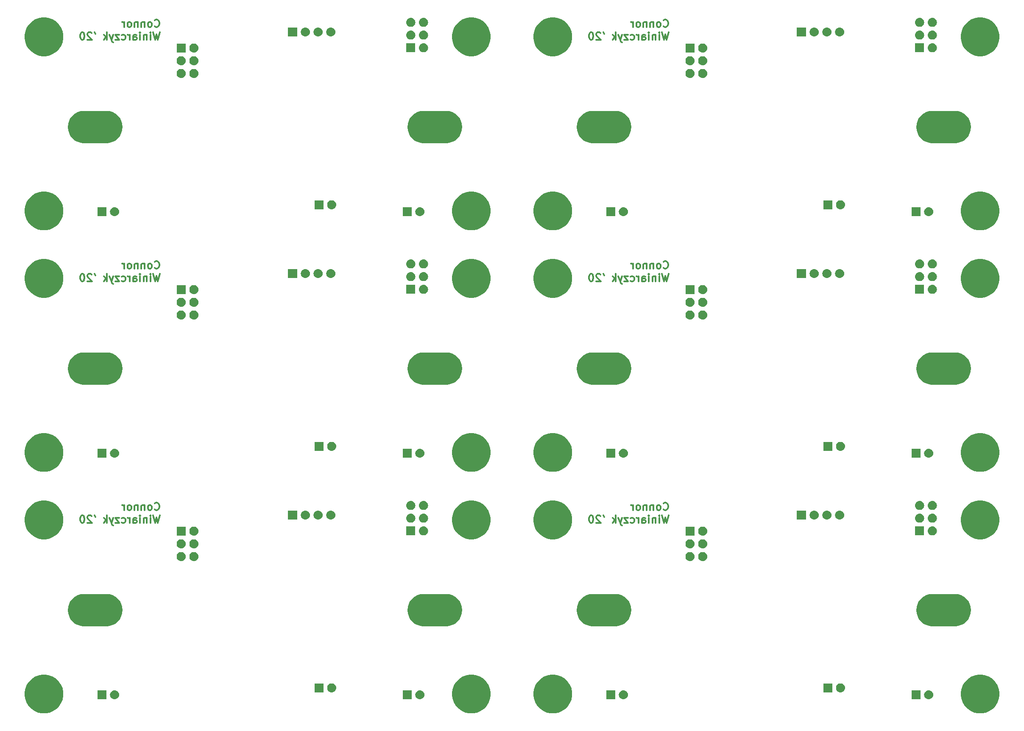
<source format=gbr>
*
%LPD*%
%LNCellMan-B_Mask*%
%FSLAX25Y25*%
%MOIN*%
%AD*%
%AD*%
%ADD19C,0.011811024*%
%ADD20C,0.003937008*%
G54D19*
%SRX1Y1I0.0J0.0*%
G1X114404Y170803D2*
G1X114685Y170521D1*
G1X115529Y170240D1*
G1X116091Y170240D1*
G1X116935Y170521D1*
G1X117497Y171084D1*
G1X117778Y171646D1*
G1X118060Y172771D1*
G1X118060Y173615D1*
G1X117778Y174740D1*
G1X117497Y175302D1*
G1X116935Y175865D1*
G1X116091Y176146D1*
G1X115529Y176146D1*
G1X114685Y175865D1*
G1X114404Y175583D1*
G1X111029Y170240D2*
G1X111592Y170521D1*
G1X111873Y170803D1*
G1X112154Y171365D1*
G1X112154Y173052D1*
G1X111873Y173615D1*
G1X111592Y173896D1*
G1X111029Y174177D1*
G1X110186Y174177D1*
G1X109623Y173896D1*
G1X109342Y173615D1*
G1X109061Y173052D1*
G1X109061Y171365D1*
G1X109342Y170803D1*
G1X109623Y170521D1*
G1X110186Y170240D1*
G1X111029Y170240D1*
G1X106530Y174177D2*
G1X106530Y170240D1*
G1X106530Y173615D2*
G1X106249Y173896D1*
G1X105686Y174177D1*
G1X104842Y174177D1*
G1X104280Y173896D1*
G1X103999Y173334D1*
G1X103999Y170240D1*
G1X101187Y174177D2*
G1X101187Y170240D1*
G1X101187Y173615D2*
G1X100905Y173896D1*
G1X100343Y174177D1*
G1X99499Y174177D1*
G1X98937Y173896D1*
G1X98656Y173334D1*
G1X98656Y170240D1*
G1X95000Y170240D2*
G1X95562Y170521D1*
G1X95844Y170803D1*
G1X96125Y171365D1*
G1X96125Y173052D1*
G1X95844Y173615D1*
G1X95562Y173896D1*
G1X95000Y174177D1*
G1X94156Y174177D1*
G1X93594Y173896D1*
G1X93313Y173615D1*
G1X93031Y173052D1*
G1X93031Y171365D1*
G1X93313Y170803D1*
G1X93594Y170521D1*
G1X94156Y170240D1*
G1X95000Y170240D1*
G1X90501Y170240D2*
G1X90501Y174177D1*
G1X90501Y173052D2*
G1X90219Y173615D1*
G1X89938Y173896D1*
G1X89376Y174177D1*
G1X88813Y174177D1*
G1X118341Y166106D2*
G1X116935Y160201D1*
G1X115810Y164419D1*
G1X114685Y160201D1*
G1X113279Y166106D1*
G1X111029Y160201D2*
G1X111029Y164138D1*
G1X111029Y166106D2*
G1X111310Y165825D1*
G1X111029Y165544D1*
G1X110748Y165825D1*
G1X111029Y166106D1*
G1X111029Y165544D1*
G1X108217Y164138D2*
G1X108217Y160201D1*
G1X108217Y163575D2*
G1X107936Y163857D1*
G1X107373Y164138D1*
G1X106530Y164138D1*
G1X105967Y163857D1*
G1X105686Y163294D1*
G1X105686Y160201D1*
G1X102874Y160201D2*
G1X102874Y164138D1*
G1X102874Y166106D2*
G1X103155Y165825D1*
G1X102874Y165544D1*
G1X102593Y165825D1*
G1X102874Y166106D1*
G1X102874Y165544D1*
G1X97531Y160201D2*
G1X97531Y163294D1*
G1X97812Y163857D1*
G1X98375Y164138D1*
G1X99499Y164138D1*
G1X100062Y163857D1*
G1X97531Y160482D2*
G1X98093Y160201D1*
G1X99499Y160201D1*
G1X100062Y160482D1*
G1X100343Y161044D1*
G1X100343Y161607D1*
G1X100062Y162169D1*
G1X99499Y162451D1*
G1X98093Y162451D1*
G1X97531Y162732D1*
G1X94719Y160201D2*
G1X94719Y164138D1*
G1X94719Y163013D2*
G1X94438Y163575D1*
G1X94156Y163857D1*
G1X93594Y164138D1*
G1X93031Y164138D1*
G1X88532Y160482D2*
G1X89094Y160201D1*
G1X90219Y160201D1*
G1X90782Y160482D1*
G1X91063Y160763D1*
G1X91344Y161326D1*
G1X91344Y163013D1*
G1X91063Y163575D1*
G1X90782Y163857D1*
G1X90219Y164138D1*
G1X89094Y164138D1*
G1X88532Y163857D1*
G1X86564Y164138D2*
G1X83470Y164138D1*
G1X86564Y160201D1*
G1X83470Y160201D1*
G1X81783Y164138D2*
G1X80377Y160201D1*
G1X78971Y164138D2*
G1X80377Y160201D1*
G1X80939Y158795D1*
G1X81220Y158514D1*
G1X81783Y158232D1*
G1X76721Y160201D2*
G1X76721Y166106D1*
G1X76159Y162451D2*
G1X74471Y160201D1*
G1X74471Y164138D2*
G1X76721Y161888D1*
G1X67160Y166106D2*
G1X67722Y164981D1*
G1X64910Y165544D2*
G1X64629Y165825D1*
G1X64066Y166106D1*
G1X62660Y166106D1*
G1X62098Y165825D1*
G1X61817Y165544D1*
G1X61535Y164981D1*
G1X61535Y164419D1*
G1X61817Y163575D1*
G1X65191Y160201D1*
G1X61535Y160201D1*
G1X57880Y166106D2*
G1X57317Y166106D1*
G1X56755Y165825D1*
G1X56474Y165544D1*
G1X56192Y164981D1*
G1X55911Y163857D1*
G1X55911Y162451D1*
G1X56192Y161326D1*
G1X56474Y160763D1*
G1X56755Y160482D1*
G1X57317Y160201D1*
G1X57880Y160201D1*
G1X58442Y160482D1*
G1X58723Y160763D1*
G1X59004Y161326D1*
G1X59286Y162451D1*
G1X59286Y163857D1*
G1X59004Y164981D1*
G1X58723Y165544D1*
G1X58442Y165825D1*
G1X57880Y166106D1*
G54D20*
G36*
G1X348188Y24079D2*
G1X348772Y21143D1*
G1X349918Y18376D1*
G1X351581Y15887D1*
G1X353698Y13769D1*
G1X356188Y12106D1*
G1X358954Y10960D1*
G1X361891Y10376D1*
G1X364886Y10376D1*
G1X367822Y10960D1*
G1X370589Y12106D1*
G1X373078Y13769D1*
G1X375196Y15887D1*
G1X376859Y18376D1*
G1X378005Y21143D1*
G1X378589Y24079D1*
G1X378589Y27074D1*
G1X378005Y30011D1*
G1X376859Y32777D1*
G1X375196Y35267D1*
G1X373078Y37384D1*
G1X370589Y39047D1*
G1X367822Y40193D1*
G1X364886Y40777D1*
G1X361891Y40777D1*
G1X358954Y40193D1*
G1X356188Y39047D1*
G1X353698Y37384D1*
G1X351581Y35267D1*
G1X349918Y32777D1*
G1X348772Y30011D1*
G1X348188Y27074D1*
G1X348188Y24079D1*
G37*
G36*
G1X12208Y24079D2*
G1X12792Y21143D1*
G1X13938Y18376D1*
G1X15601Y15887D1*
G1X17718Y13769D1*
G1X20208Y12106D1*
G1X22974Y10960D1*
G1X25911Y10376D1*
G1X28906Y10376D1*
G1X31842Y10960D1*
G1X34609Y12106D1*
G1X37098Y13769D1*
G1X39216Y15887D1*
G1X40879Y18376D1*
G1X42025Y21143D1*
G1X42609Y24079D1*
G1X42609Y27074D1*
G1X42025Y30011D1*
G1X40879Y32777D1*
G1X39216Y35267D1*
G1X37098Y37384D1*
G1X34609Y39047D1*
G1X31842Y40193D1*
G1X28906Y40777D1*
G1X25911Y40777D1*
G1X22974Y40193D1*
G1X20208Y39047D1*
G1X17718Y37384D1*
G1X15601Y35267D1*
G1X13938Y32777D1*
G1X12792Y30011D1*
G1X12208Y27074D1*
G1X12208Y24079D1*
G37*
G36*
G1X69341Y28524D2*
G1X69341Y21429D1*
G1X76436Y21429D1*
G1X76436Y28524D1*
G1X69341Y28524D1*
G37*
G36*
G1X319324Y24977D2*
G1X319392Y24281D1*
G1X319595Y23613D1*
G1X319925Y22996D1*
G1X320368Y22456D1*
G1X320908Y22013D1*
G1X321524Y21684D1*
G1X322193Y21481D1*
G1X322714Y21429D1*
G1X323063Y21429D1*
G1X323584Y21481D1*
G1X324252Y21684D1*
G1X324869Y22013D1*
G1X325409Y22456D1*
G1X325852Y22996D1*
G1X326181Y23613D1*
G1X326384Y24281D1*
G1X326453Y24977D1*
G1X326384Y25672D1*
G1X326181Y26341D1*
G1X325852Y26957D1*
G1X325409Y27497D1*
G1X324869Y27940D1*
G1X324252Y28270D1*
G1X323584Y28473D1*
G1X323063Y28524D1*
G1X322714Y28524D1*
G1X322193Y28473D1*
G1X321524Y28270D1*
G1X320908Y27940D1*
G1X320368Y27497D1*
G1X319925Y26957D1*
G1X319595Y26341D1*
G1X319392Y25672D1*
G1X319324Y24977D1*
G37*
G36*
G1X309341Y28524D2*
G1X309341Y21429D1*
G1X316436Y21429D1*
G1X316436Y28524D1*
G1X309341Y28524D1*
G37*
G36*
G1X79324Y24977D2*
G1X79392Y24281D1*
G1X79595Y23613D1*
G1X79925Y22996D1*
G1X80368Y22456D1*
G1X80908Y22013D1*
G1X81524Y21684D1*
G1X82193Y21481D1*
G1X82714Y21429D1*
G1X83063Y21429D1*
G1X83584Y21481D1*
G1X84252Y21684D1*
G1X84869Y22013D1*
G1X85409Y22456D1*
G1X85852Y22996D1*
G1X86181Y23613D1*
G1X86384Y24281D1*
G1X86453Y24977D1*
G1X86384Y25672D1*
G1X86181Y26341D1*
G1X85852Y26957D1*
G1X85409Y27497D1*
G1X84869Y27940D1*
G1X84252Y28270D1*
G1X83584Y28473D1*
G1X83063Y28524D1*
G1X82714Y28524D1*
G1X82193Y28473D1*
G1X81524Y28270D1*
G1X80908Y27940D1*
G1X80368Y27497D1*
G1X79925Y26957D1*
G1X79595Y26341D1*
G1X79392Y25672D1*
G1X79324Y24977D1*
G37*
G36*
G1X240030Y33977D2*
G1X240030Y26882D1*
G1X247125Y26882D1*
G1X247125Y33977D1*
G1X240030Y33977D1*
G37*
G36*
G1X250013Y30429D2*
G1X250081Y29734D1*
G1X250284Y29065D1*
G1X250614Y28449D1*
G1X251057Y27909D1*
G1X251597Y27466D1*
G1X252213Y27136D1*
G1X252882Y26934D1*
G1X253403Y26882D1*
G1X253752Y26882D1*
G1X254273Y26934D1*
G1X254941Y27136D1*
G1X255558Y27466D1*
G1X256098Y27909D1*
G1X256541Y28449D1*
G1X256870Y29065D1*
G1X257073Y29734D1*
G1X257142Y30429D1*
G1X257073Y31125D1*
G1X256870Y31793D1*
G1X256541Y32410D1*
G1X256098Y32950D1*
G1X255558Y33393D1*
G1X254941Y33722D1*
G1X254273Y33925D1*
G1X253752Y33977D1*
G1X253403Y33977D1*
G1X252882Y33925D1*
G1X252213Y33722D1*
G1X251597Y33393D1*
G1X251057Y32950D1*
G1X250614Y32410D1*
G1X250284Y31793D1*
G1X250081Y31125D1*
G1X250013Y30429D1*
G37*
G36*
G1X46176Y91577D2*
G1X46421Y89087D1*
G1X47148Y86693D1*
G1X48327Y84486D1*
G1X49914Y82552D1*
G1X51848Y80965D1*
G1X54054Y79786D1*
G1X56449Y79060D1*
G1X58314Y78876D1*
G1X77062Y78876D1*
G1X78928Y79060D1*
G1X81322Y79786D1*
G1X83529Y80965D1*
G1X85463Y82552D1*
G1X87050Y84486D1*
G1X88229Y86693D1*
G1X88955Y89087D1*
G1X89201Y91577D1*
G1X88955Y94066D1*
G1X88229Y96461D1*
G1X87050Y98667D1*
G1X85463Y100601D1*
G1X83529Y102188D1*
G1X81322Y103367D1*
G1X78928Y104094D1*
G1X77062Y104277D1*
G1X58314Y104277D1*
G1X56449Y104094D1*
G1X54054Y103367D1*
G1X51848Y102188D1*
G1X49914Y100601D1*
G1X48327Y98667D1*
G1X47148Y96461D1*
G1X46421Y94066D1*
G1X46176Y91577D1*
G37*
G36*
G1X313176Y91577D2*
G1X313421Y89087D1*
G1X314148Y86693D1*
G1X315327Y84486D1*
G1X316914Y82552D1*
G1X318848Y80965D1*
G1X321054Y79786D1*
G1X323449Y79060D1*
G1X325314Y78876D1*
G1X344062Y78876D1*
G1X345928Y79060D1*
G1X348322Y79786D1*
G1X350529Y80965D1*
G1X352463Y82552D1*
G1X354050Y84486D1*
G1X355229Y86693D1*
G1X355955Y89087D1*
G1X356201Y91577D1*
G1X355955Y94066D1*
G1X355229Y96461D1*
G1X354050Y98667D1*
G1X352463Y100601D1*
G1X350529Y102188D1*
G1X348322Y103367D1*
G1X345928Y104094D1*
G1X344062Y104277D1*
G1X325314Y104277D1*
G1X323449Y104094D1*
G1X321054Y103367D1*
G1X318848Y102188D1*
G1X316914Y100601D1*
G1X315327Y98667D1*
G1X314148Y96461D1*
G1X313421Y94066D1*
G1X313176Y91577D1*
G37*
G36*
G1X131690Y133677D2*
G1X131760Y132971D1*
G1X131966Y132292D1*
G1X132300Y131666D1*
G1X132750Y131118D1*
G1X133298Y130668D1*
G1X133924Y130334D1*
G1X134602Y130128D1*
G1X135131Y130076D1*
G1X135485Y130076D1*
G1X136014Y130128D1*
G1X136693Y130334D1*
G1X137319Y130668D1*
G1X137867Y131118D1*
G1X138317Y131666D1*
G1X138651Y132292D1*
G1X138857Y132971D1*
G1X138927Y133677D1*
G1X138857Y134383D1*
G1X138651Y135061D1*
G1X138317Y135687D1*
G1X137867Y136235D1*
G1X137319Y136685D1*
G1X136693Y137019D1*
G1X136014Y137225D1*
G1X135485Y137277D1*
G1X135131Y137277D1*
G1X134602Y137225D1*
G1X133924Y137019D1*
G1X133298Y136685D1*
G1X132750Y136235D1*
G1X132300Y135687D1*
G1X131966Y135061D1*
G1X131760Y134383D1*
G1X131690Y133677D1*
G37*
G36*
G1X141690Y133677D2*
G1X141760Y132971D1*
G1X141966Y132292D1*
G1X142300Y131666D1*
G1X142750Y131118D1*
G1X143298Y130668D1*
G1X143924Y130334D1*
G1X144602Y130128D1*
G1X145131Y130076D1*
G1X145485Y130076D1*
G1X146014Y130128D1*
G1X146693Y130334D1*
G1X147319Y130668D1*
G1X147867Y131118D1*
G1X148317Y131666D1*
G1X148651Y132292D1*
G1X148857Y132971D1*
G1X148927Y133677D1*
G1X148857Y134383D1*
G1X148651Y135061D1*
G1X148317Y135687D1*
G1X147867Y136235D1*
G1X147319Y136685D1*
G1X146693Y137019D1*
G1X146014Y137225D1*
G1X145485Y137277D1*
G1X145131Y137277D1*
G1X144602Y137225D1*
G1X143924Y137019D1*
G1X143298Y136685D1*
G1X142750Y136235D1*
G1X142300Y135687D1*
G1X141966Y135061D1*
G1X141760Y134383D1*
G1X141690Y133677D1*
G37*
G36*
G1X141690Y143677D2*
G1X141760Y142971D1*
G1X141966Y142292D1*
G1X142300Y141666D1*
G1X142750Y141118D1*
G1X143298Y140668D1*
G1X143924Y140334D1*
G1X144602Y140128D1*
G1X145131Y140076D1*
G1X145485Y140076D1*
G1X146014Y140128D1*
G1X146693Y140334D1*
G1X147319Y140668D1*
G1X147867Y141118D1*
G1X148317Y141666D1*
G1X148651Y142292D1*
G1X148857Y142971D1*
G1X148927Y143677D1*
G1X148857Y144383D1*
G1X148651Y145061D1*
G1X148317Y145687D1*
G1X147867Y146235D1*
G1X147319Y146685D1*
G1X146693Y147019D1*
G1X146014Y147225D1*
G1X145485Y147277D1*
G1X145131Y147277D1*
G1X144602Y147225D1*
G1X143924Y147019D1*
G1X143298Y146685D1*
G1X142750Y146235D1*
G1X142300Y145687D1*
G1X141966Y145061D1*
G1X141760Y144383D1*
G1X141690Y143677D1*
G37*
G36*
G1X131690Y143677D2*
G1X131760Y142971D1*
G1X131966Y142292D1*
G1X132300Y141666D1*
G1X132750Y141118D1*
G1X133298Y140668D1*
G1X133924Y140334D1*
G1X134602Y140128D1*
G1X135131Y140076D1*
G1X135485Y140076D1*
G1X136014Y140128D1*
G1X136693Y140334D1*
G1X137319Y140668D1*
G1X137867Y141118D1*
G1X138317Y141666D1*
G1X138651Y142292D1*
G1X138857Y142971D1*
G1X138927Y143677D1*
G1X138857Y144383D1*
G1X138651Y145061D1*
G1X138317Y145687D1*
G1X137867Y146235D1*
G1X137319Y146685D1*
G1X136693Y147019D1*
G1X136014Y147225D1*
G1X135485Y147277D1*
G1X135131Y147277D1*
G1X134602Y147225D1*
G1X133924Y147019D1*
G1X133298Y146685D1*
G1X132750Y146235D1*
G1X132300Y145687D1*
G1X131966Y145061D1*
G1X131760Y144383D1*
G1X131690Y143677D1*
G37*
G36*
G1X12208Y161019D2*
G1X12792Y158083D1*
G1X13938Y155316D1*
G1X15601Y152827D1*
G1X17718Y150709D1*
G1X20208Y149046D1*
G1X22974Y147900D1*
G1X25911Y147316D1*
G1X28906Y147316D1*
G1X31842Y147900D1*
G1X34609Y149046D1*
G1X37098Y150709D1*
G1X39216Y152827D1*
G1X40879Y155316D1*
G1X42025Y158083D1*
G1X42609Y161019D1*
G1X42609Y164014D1*
G1X42025Y166951D1*
G1X40879Y169717D1*
G1X39216Y172207D1*
G1X37098Y174324D1*
G1X34609Y175987D1*
G1X31842Y177133D1*
G1X28906Y177717D1*
G1X25911Y177717D1*
G1X22974Y177133D1*
G1X20208Y175987D1*
G1X17718Y174324D1*
G1X15601Y172207D1*
G1X13938Y169717D1*
G1X12792Y166951D1*
G1X12208Y164014D1*
G1X12208Y161019D1*
G37*
G36*
G1X348188Y161019D2*
G1X348772Y158083D1*
G1X349918Y155316D1*
G1X351581Y152827D1*
G1X353698Y150709D1*
G1X356188Y149046D1*
G1X358954Y147900D1*
G1X361891Y147316D1*
G1X364886Y147316D1*
G1X367822Y147900D1*
G1X370589Y149046D1*
G1X373078Y150709D1*
G1X375196Y152827D1*
G1X376859Y155316D1*
G1X378005Y158083D1*
G1X378589Y161019D1*
G1X378589Y164014D1*
G1X378005Y166951D1*
G1X376859Y169717D1*
G1X375196Y172207D1*
G1X373078Y174324D1*
G1X370589Y175987D1*
G1X367822Y177133D1*
G1X364886Y177717D1*
G1X361891Y177717D1*
G1X358954Y177133D1*
G1X356188Y175987D1*
G1X353698Y174324D1*
G1X351581Y172207D1*
G1X349918Y169717D1*
G1X348772Y166951D1*
G1X348188Y164014D1*
G1X348188Y161019D1*
G37*
G36*
G1X141690Y153677D2*
G1X141760Y152971D1*
G1X141966Y152292D1*
G1X142300Y151666D1*
G1X142750Y151118D1*
G1X143298Y150668D1*
G1X143924Y150334D1*
G1X144602Y150128D1*
G1X145131Y150076D1*
G1X145485Y150076D1*
G1X146014Y150128D1*
G1X146693Y150334D1*
G1X147319Y150668D1*
G1X147867Y151118D1*
G1X148317Y151666D1*
G1X148651Y152292D1*
G1X148857Y152971D1*
G1X148927Y153677D1*
G1X148857Y154383D1*
G1X148651Y155061D1*
G1X148317Y155687D1*
G1X147867Y156235D1*
G1X147319Y156685D1*
G1X146693Y157019D1*
G1X146014Y157225D1*
G1X145485Y157277D1*
G1X145131Y157277D1*
G1X144602Y157225D1*
G1X143924Y157019D1*
G1X143298Y156685D1*
G1X142750Y156235D1*
G1X142300Y155687D1*
G1X141966Y155061D1*
G1X141760Y154383D1*
G1X141690Y153677D1*
G37*
G36*
G1X131708Y157277D2*
G1X131708Y150076D1*
G1X138909Y150076D1*
G1X138909Y157277D1*
G1X131708Y157277D1*
G37*
G36*
G1X312241Y157484D2*
G1X312241Y150389D1*
G1X319336Y150389D1*
G1X319336Y157484D1*
G1X312241Y157484D1*
G37*
G36*
G1X322224Y153937D2*
G1X322292Y153241D1*
G1X322495Y152573D1*
G1X322825Y151956D1*
G1X323268Y151416D1*
G1X323808Y150973D1*
G1X324424Y150644D1*
G1X325093Y150441D1*
G1X325614Y150389D1*
G1X325963Y150389D1*
G1X326484Y150441D1*
G1X327152Y150644D1*
G1X327769Y150973D1*
G1X328309Y151416D1*
G1X328752Y151956D1*
G1X329081Y152573D1*
G1X329284Y153241D1*
G1X329353Y153937D1*
G1X329284Y154632D1*
G1X329081Y155301D1*
G1X328752Y155917D1*
G1X328309Y156457D1*
G1X327769Y156900D1*
G1X327152Y157230D1*
G1X326484Y157433D1*
G1X325963Y157484D1*
G1X325614Y157484D1*
G1X325093Y157433D1*
G1X324424Y157230D1*
G1X323808Y156900D1*
G1X323268Y156457D1*
G1X322825Y155917D1*
G1X322495Y155301D1*
G1X322292Y154632D1*
G1X322224Y153937D1*
G37*
G36*
G1X312224Y163937D2*
G1X312292Y163241D1*
G1X312495Y162573D1*
G1X312825Y161956D1*
G1X313268Y161416D1*
G1X313808Y160973D1*
G1X314424Y160644D1*
G1X315093Y160441D1*
G1X315614Y160389D1*
G1X315963Y160389D1*
G1X316484Y160441D1*
G1X317152Y160644D1*
G1X317769Y160973D1*
G1X318309Y161416D1*
G1X318752Y161956D1*
G1X319081Y162573D1*
G1X319284Y163241D1*
G1X319353Y163937D1*
G1X319284Y164632D1*
G1X319081Y165301D1*
G1X318752Y165917D1*
G1X318309Y166457D1*
G1X317769Y166900D1*
G1X317152Y167230D1*
G1X316484Y167433D1*
G1X315963Y167484D1*
G1X315614Y167484D1*
G1X315093Y167433D1*
G1X314424Y167230D1*
G1X313808Y166900D1*
G1X313268Y166457D1*
G1X312825Y165917D1*
G1X312495Y165301D1*
G1X312292Y164632D1*
G1X312224Y163937D1*
G37*
G36*
G1X322224Y163937D2*
G1X322292Y163241D1*
G1X322495Y162573D1*
G1X322825Y161956D1*
G1X323268Y161416D1*
G1X323808Y160973D1*
G1X324424Y160644D1*
G1X325093Y160441D1*
G1X325614Y160389D1*
G1X325963Y160389D1*
G1X326484Y160441D1*
G1X327152Y160644D1*
G1X327769Y160973D1*
G1X328309Y161416D1*
G1X328752Y161956D1*
G1X329081Y162573D1*
G1X329284Y163241D1*
G1X329353Y163937D1*
G1X329284Y164632D1*
G1X329081Y165301D1*
G1X328752Y165917D1*
G1X328309Y166457D1*
G1X327769Y166900D1*
G1X327152Y167230D1*
G1X326484Y167433D1*
G1X325963Y167484D1*
G1X325614Y167484D1*
G1X325093Y167433D1*
G1X324424Y167230D1*
G1X323808Y166900D1*
G1X323268Y166457D1*
G1X322825Y165917D1*
G1X322495Y165301D1*
G1X322292Y164632D1*
G1X322224Y163937D1*
G37*
G36*
G1X219302Y169862D2*
G1X219302Y162768D1*
G1X226396Y162768D1*
G1X226396Y169862D1*
G1X219302Y169862D1*
G37*
G36*
G1X229285Y166315D2*
G1X229353Y165620D1*
G1X229556Y164951D1*
G1X229885Y164335D1*
G1X230329Y163795D1*
G1X230869Y163352D1*
G1X231485Y163022D1*
G1X232154Y162819D1*
G1X232675Y162768D1*
G1X233023Y162768D1*
G1X233544Y162819D1*
G1X234213Y163022D1*
G1X234829Y163352D1*
G1X235369Y163795D1*
G1X235813Y164335D1*
G1X236142Y164951D1*
G1X236345Y165620D1*
G1X236413Y166315D1*
G1X236345Y167011D1*
G1X236142Y167679D1*
G1X235813Y168296D1*
G1X235369Y168836D1*
G1X234829Y169279D1*
G1X234213Y169608D1*
G1X233544Y169811D1*
G1X233023Y169862D1*
G1X232675Y169862D1*
G1X232154Y169811D1*
G1X231485Y169608D1*
G1X230869Y169279D1*
G1X230329Y168836D1*
G1X229885Y168296D1*
G1X229556Y167679D1*
G1X229353Y167011D1*
G1X229285Y166315D1*
G37*
G36*
G1X239285Y166315D2*
G1X239353Y165620D1*
G1X239556Y164951D1*
G1X239885Y164335D1*
G1X240329Y163795D1*
G1X240869Y163352D1*
G1X241485Y163022D1*
G1X242154Y162819D1*
G1X242675Y162768D1*
G1X243023Y162768D1*
G1X243544Y162819D1*
G1X244213Y163022D1*
G1X244829Y163352D1*
G1X245369Y163795D1*
G1X245813Y164335D1*
G1X246142Y164951D1*
G1X246345Y165620D1*
G1X246413Y166315D1*
G1X246345Y167011D1*
G1X246142Y167679D1*
G1X245813Y168296D1*
G1X245369Y168836D1*
G1X244829Y169279D1*
G1X244213Y169608D1*
G1X243544Y169811D1*
G1X243023Y169862D1*
G1X242675Y169862D1*
G1X242154Y169811D1*
G1X241485Y169608D1*
G1X240869Y169279D1*
G1X240329Y168836D1*
G1X239885Y168296D1*
G1X239556Y167679D1*
G1X239353Y167011D1*
G1X239285Y166315D1*
G37*
G36*
G1X249285Y166315D2*
G1X249353Y165620D1*
G1X249556Y164951D1*
G1X249885Y164335D1*
G1X250329Y163795D1*
G1X250869Y163352D1*
G1X251485Y163022D1*
G1X252154Y162819D1*
G1X252675Y162768D1*
G1X253023Y162768D1*
G1X253544Y162819D1*
G1X254213Y163022D1*
G1X254829Y163352D1*
G1X255369Y163795D1*
G1X255813Y164335D1*
G1X256142Y164951D1*
G1X256345Y165620D1*
G1X256413Y166315D1*
G1X256345Y167011D1*
G1X256142Y167679D1*
G1X255813Y168296D1*
G1X255369Y168836D1*
G1X254829Y169279D1*
G1X254213Y169608D1*
G1X253544Y169811D1*
G1X253023Y169862D1*
G1X252675Y169862D1*
G1X252154Y169811D1*
G1X251485Y169608D1*
G1X250869Y169279D1*
G1X250329Y168836D1*
G1X249885Y168296D1*
G1X249556Y167679D1*
G1X249353Y167011D1*
G1X249285Y166315D1*
G37*
G36*
G1X312224Y173937D2*
G1X312292Y173241D1*
G1X312495Y172573D1*
G1X312825Y171956D1*
G1X313268Y171416D1*
G1X313808Y170973D1*
G1X314424Y170644D1*
G1X315093Y170441D1*
G1X315614Y170389D1*
G1X315963Y170389D1*
G1X316484Y170441D1*
G1X317152Y170644D1*
G1X317769Y170973D1*
G1X318309Y171416D1*
G1X318752Y171956D1*
G1X319081Y172573D1*
G1X319284Y173241D1*
G1X319353Y173937D1*
G1X319284Y174632D1*
G1X319081Y175301D1*
G1X318752Y175917D1*
G1X318309Y176457D1*
G1X317769Y176900D1*
G1X317152Y177230D1*
G1X316484Y177433D1*
G1X315963Y177484D1*
G1X315614Y177484D1*
G1X315093Y177433D1*
G1X314424Y177230D1*
G1X313808Y176900D1*
G1X313268Y176457D1*
G1X312825Y175917D1*
G1X312495Y175301D1*
G1X312292Y174632D1*
G1X312224Y173937D1*
G37*
G36*
G1X322224Y173937D2*
G1X322292Y173241D1*
G1X322495Y172573D1*
G1X322825Y171956D1*
G1X323268Y171416D1*
G1X323808Y170973D1*
G1X324424Y170644D1*
G1X325093Y170441D1*
G1X325614Y170389D1*
G1X325963Y170389D1*
G1X326484Y170441D1*
G1X327152Y170644D1*
G1X327769Y170973D1*
G1X328309Y171416D1*
G1X328752Y171956D1*
G1X329081Y172573D1*
G1X329284Y173241D1*
G1X329353Y173937D1*
G1X329284Y174632D1*
G1X329081Y175301D1*
G1X328752Y175917D1*
G1X328309Y176457D1*
G1X327769Y176900D1*
G1X327152Y177230D1*
G1X326484Y177433D1*
G1X325963Y177484D1*
G1X325614Y177484D1*
G1X325093Y177433D1*
G1X324424Y177230D1*
G1X323808Y176900D1*
G1X323268Y176457D1*
G1X322825Y175917D1*
G1X322495Y175301D1*
G1X322292Y174632D1*
G1X322224Y173937D1*
G37*
G1X514404Y170803D2*
G54D19*
G1X514685Y170521D1*
G1X515529Y170240D1*
G1X516091Y170240D1*
G1X516935Y170521D1*
G1X517497Y171084D1*
G1X517778Y171646D1*
G1X518060Y172771D1*
G1X518060Y173615D1*
G1X517778Y174740D1*
G1X517497Y175302D1*
G1X516935Y175865D1*
G1X516091Y176146D1*
G1X515529Y176146D1*
G1X514685Y175865D1*
G1X514404Y175583D1*
G1X511029Y170240D2*
G1X511592Y170521D1*
G1X511873Y170803D1*
G1X512154Y171365D1*
G1X512154Y173052D1*
G1X511873Y173615D1*
G1X511592Y173896D1*
G1X511029Y174177D1*
G1X510186Y174177D1*
G1X509623Y173896D1*
G1X509342Y173615D1*
G1X509061Y173052D1*
G1X509061Y171365D1*
G1X509342Y170803D1*
G1X509623Y170521D1*
G1X510186Y170240D1*
G1X511029Y170240D1*
G1X506530Y174177D2*
G1X506530Y170240D1*
G1X506530Y173615D2*
G1X506249Y173896D1*
G1X505686Y174177D1*
G1X504842Y174177D1*
G1X504280Y173896D1*
G1X503999Y173334D1*
G1X503999Y170240D1*
G1X501187Y174177D2*
G1X501187Y170240D1*
G1X501187Y173615D2*
G1X500905Y173896D1*
G1X500343Y174177D1*
G1X499499Y174177D1*
G1X498937Y173896D1*
G1X498656Y173334D1*
G1X498656Y170240D1*
G1X495000Y170240D2*
G1X495562Y170521D1*
G1X495844Y170803D1*
G1X496125Y171365D1*
G1X496125Y173052D1*
G1X495844Y173615D1*
G1X495562Y173896D1*
G1X495000Y174177D1*
G1X494156Y174177D1*
G1X493594Y173896D1*
G1X493313Y173615D1*
G1X493031Y173052D1*
G1X493031Y171365D1*
G1X493313Y170803D1*
G1X493594Y170521D1*
G1X494156Y170240D1*
G1X495000Y170240D1*
G1X490501Y170240D2*
G1X490501Y174177D1*
G1X490501Y173052D2*
G1X490219Y173615D1*
G1X489938Y173896D1*
G1X489376Y174177D1*
G1X488813Y174177D1*
G1X518341Y166106D2*
G1X516935Y160201D1*
G1X515810Y164419D1*
G1X514685Y160201D1*
G1X513279Y166106D1*
G1X511029Y160201D2*
G1X511029Y164138D1*
G1X511029Y166106D2*
G1X511310Y165825D1*
G1X511029Y165544D1*
G1X510748Y165825D1*
G1X511029Y166106D1*
G1X511029Y165544D1*
G1X508217Y164138D2*
G1X508217Y160201D1*
G1X508217Y163575D2*
G1X507936Y163857D1*
G1X507373Y164138D1*
G1X506530Y164138D1*
G1X505967Y163857D1*
G1X505686Y163294D1*
G1X505686Y160201D1*
G1X502874Y160201D2*
G1X502874Y164138D1*
G1X502874Y166106D2*
G1X503155Y165825D1*
G1X502874Y165544D1*
G1X502593Y165825D1*
G1X502874Y166106D1*
G1X502874Y165544D1*
G1X497531Y160201D2*
G1X497531Y163294D1*
G1X497812Y163857D1*
G1X498375Y164138D1*
G1X499499Y164138D1*
G1X500062Y163857D1*
G1X497531Y160482D2*
G1X498093Y160201D1*
G1X499499Y160201D1*
G1X500062Y160482D1*
G1X500343Y161044D1*
G1X500343Y161607D1*
G1X500062Y162169D1*
G1X499499Y162451D1*
G1X498093Y162451D1*
G1X497531Y162732D1*
G1X494719Y160201D2*
G1X494719Y164138D1*
G1X494719Y163013D2*
G1X494438Y163575D1*
G1X494156Y163857D1*
G1X493594Y164138D1*
G1X493031Y164138D1*
G1X488532Y160482D2*
G1X489094Y160201D1*
G1X490219Y160201D1*
G1X490782Y160482D1*
G1X491063Y160763D1*
G1X491344Y161326D1*
G1X491344Y163013D1*
G1X491063Y163575D1*
G1X490782Y163857D1*
G1X490219Y164138D1*
G1X489094Y164138D1*
G1X488532Y163857D1*
G1X486564Y164138D2*
G1X483470Y164138D1*
G1X486564Y160201D1*
G1X483470Y160201D1*
G1X481783Y164138D2*
G1X480377Y160201D1*
G1X478971Y164138D2*
G1X480377Y160201D1*
G1X480939Y158795D1*
G1X481220Y158514D1*
G1X481783Y158232D1*
G1X476721Y160201D2*
G1X476721Y166106D1*
G1X476159Y162451D2*
G1X474471Y160201D1*
G1X474471Y164138D2*
G1X476721Y161888D1*
G1X467160Y166106D2*
G1X467722Y164981D1*
G1X464910Y165544D2*
G1X464629Y165825D1*
G1X464066Y166106D1*
G1X462660Y166106D1*
G1X462098Y165825D1*
G1X461817Y165544D1*
G1X461535Y164981D1*
G1X461535Y164419D1*
G1X461817Y163575D1*
G1X465191Y160201D1*
G1X461535Y160201D1*
G1X457880Y166106D2*
G1X457317Y166106D1*
G1X456755Y165825D1*
G1X456474Y165544D1*
G1X456192Y164981D1*
G1X455911Y163857D1*
G1X455911Y162451D1*
G1X456192Y161326D1*
G1X456474Y160763D1*
G1X456755Y160482D1*
G1X457317Y160201D1*
G1X457880Y160201D1*
G1X458442Y160482D1*
G1X458723Y160763D1*
G1X459004Y161326D1*
G1X459286Y162451D1*
G1X459286Y163857D1*
G1X459004Y164981D1*
G1X458723Y165544D1*
G1X458442Y165825D1*
G1X457880Y166106D1*
G54D20*
G36*
G1X748188Y24079D2*
G1X748772Y21143D1*
G1X749918Y18376D1*
G1X751581Y15887D1*
G1X753698Y13769D1*
G1X756188Y12106D1*
G1X758954Y10960D1*
G1X761891Y10376D1*
G1X764886Y10376D1*
G1X767822Y10960D1*
G1X770589Y12106D1*
G1X773078Y13769D1*
G1X775196Y15887D1*
G1X776859Y18376D1*
G1X778005Y21143D1*
G1X778589Y24079D1*
G1X778589Y27074D1*
G1X778005Y30011D1*
G1X776859Y32777D1*
G1X775196Y35267D1*
G1X773078Y37384D1*
G1X770589Y39047D1*
G1X767822Y40193D1*
G1X764886Y40777D1*
G1X761891Y40777D1*
G1X758954Y40193D1*
G1X756188Y39047D1*
G1X753698Y37384D1*
G1X751581Y35267D1*
G1X749918Y32777D1*
G1X748772Y30011D1*
G1X748188Y27074D1*
G1X748188Y24079D1*
G37*
G36*
G1X412208Y24079D2*
G1X412792Y21143D1*
G1X413938Y18376D1*
G1X415601Y15887D1*
G1X417718Y13769D1*
G1X420208Y12106D1*
G1X422974Y10960D1*
G1X425911Y10376D1*
G1X428906Y10376D1*
G1X431842Y10960D1*
G1X434609Y12106D1*
G1X437098Y13769D1*
G1X439216Y15887D1*
G1X440879Y18376D1*
G1X442025Y21143D1*
G1X442609Y24079D1*
G1X442609Y27074D1*
G1X442025Y30011D1*
G1X440879Y32777D1*
G1X439216Y35267D1*
G1X437098Y37384D1*
G1X434609Y39047D1*
G1X431842Y40193D1*
G1X428906Y40777D1*
G1X425911Y40777D1*
G1X422974Y40193D1*
G1X420208Y39047D1*
G1X417718Y37384D1*
G1X415601Y35267D1*
G1X413938Y32777D1*
G1X412792Y30011D1*
G1X412208Y27074D1*
G1X412208Y24079D1*
G37*
G36*
G1X469341Y28524D2*
G1X469341Y21429D1*
G1X476436Y21429D1*
G1X476436Y28524D1*
G1X469341Y28524D1*
G37*
G36*
G1X719324Y24977D2*
G1X719392Y24281D1*
G1X719595Y23613D1*
G1X719925Y22996D1*
G1X720368Y22456D1*
G1X720908Y22013D1*
G1X721524Y21684D1*
G1X722193Y21481D1*
G1X722714Y21429D1*
G1X723063Y21429D1*
G1X723584Y21481D1*
G1X724252Y21684D1*
G1X724869Y22013D1*
G1X725409Y22456D1*
G1X725852Y22996D1*
G1X726181Y23613D1*
G1X726384Y24281D1*
G1X726453Y24977D1*
G1X726384Y25672D1*
G1X726181Y26341D1*
G1X725852Y26957D1*
G1X725409Y27497D1*
G1X724869Y27940D1*
G1X724252Y28270D1*
G1X723584Y28473D1*
G1X723063Y28524D1*
G1X722714Y28524D1*
G1X722193Y28473D1*
G1X721524Y28270D1*
G1X720908Y27940D1*
G1X720368Y27497D1*
G1X719925Y26957D1*
G1X719595Y26341D1*
G1X719392Y25672D1*
G1X719324Y24977D1*
G37*
G36*
G1X709341Y28524D2*
G1X709341Y21429D1*
G1X716436Y21429D1*
G1X716436Y28524D1*
G1X709341Y28524D1*
G37*
G36*
G1X479324Y24977D2*
G1X479392Y24281D1*
G1X479595Y23613D1*
G1X479925Y22996D1*
G1X480368Y22456D1*
G1X480908Y22013D1*
G1X481524Y21684D1*
G1X482193Y21481D1*
G1X482714Y21429D1*
G1X483063Y21429D1*
G1X483584Y21481D1*
G1X484252Y21684D1*
G1X484869Y22013D1*
G1X485409Y22456D1*
G1X485852Y22996D1*
G1X486181Y23613D1*
G1X486384Y24281D1*
G1X486453Y24977D1*
G1X486384Y25672D1*
G1X486181Y26341D1*
G1X485852Y26957D1*
G1X485409Y27497D1*
G1X484869Y27940D1*
G1X484252Y28270D1*
G1X483584Y28473D1*
G1X483063Y28524D1*
G1X482714Y28524D1*
G1X482193Y28473D1*
G1X481524Y28270D1*
G1X480908Y27940D1*
G1X480368Y27497D1*
G1X479925Y26957D1*
G1X479595Y26341D1*
G1X479392Y25672D1*
G1X479324Y24977D1*
G37*
G36*
G1X640030Y33977D2*
G1X640030Y26882D1*
G1X647125Y26882D1*
G1X647125Y33977D1*
G1X640030Y33977D1*
G37*
G36*
G1X650013Y30429D2*
G1X650081Y29734D1*
G1X650284Y29065D1*
G1X650614Y28449D1*
G1X651057Y27909D1*
G1X651597Y27466D1*
G1X652213Y27136D1*
G1X652882Y26934D1*
G1X653403Y26882D1*
G1X653752Y26882D1*
G1X654273Y26934D1*
G1X654941Y27136D1*
G1X655558Y27466D1*
G1X656098Y27909D1*
G1X656541Y28449D1*
G1X656870Y29065D1*
G1X657073Y29734D1*
G1X657142Y30429D1*
G1X657073Y31125D1*
G1X656870Y31793D1*
G1X656541Y32410D1*
G1X656098Y32950D1*
G1X655558Y33393D1*
G1X654941Y33722D1*
G1X654273Y33925D1*
G1X653752Y33977D1*
G1X653403Y33977D1*
G1X652882Y33925D1*
G1X652213Y33722D1*
G1X651597Y33393D1*
G1X651057Y32950D1*
G1X650614Y32410D1*
G1X650284Y31793D1*
G1X650081Y31125D1*
G1X650013Y30429D1*
G37*
G36*
G1X446176Y91577D2*
G1X446421Y89087D1*
G1X447148Y86693D1*
G1X448327Y84486D1*
G1X449914Y82552D1*
G1X451848Y80965D1*
G1X454054Y79786D1*
G1X456449Y79060D1*
G1X458314Y78876D1*
G1X477062Y78876D1*
G1X478928Y79060D1*
G1X481322Y79786D1*
G1X483529Y80965D1*
G1X485463Y82552D1*
G1X487050Y84486D1*
G1X488229Y86693D1*
G1X488955Y89087D1*
G1X489201Y91577D1*
G1X488955Y94066D1*
G1X488229Y96461D1*
G1X487050Y98667D1*
G1X485463Y100601D1*
G1X483529Y102188D1*
G1X481322Y103367D1*
G1X478928Y104094D1*
G1X477062Y104277D1*
G1X458314Y104277D1*
G1X456449Y104094D1*
G1X454054Y103367D1*
G1X451848Y102188D1*
G1X449914Y100601D1*
G1X448327Y98667D1*
G1X447148Y96461D1*
G1X446421Y94066D1*
G1X446176Y91577D1*
G37*
G36*
G1X713176Y91577D2*
G1X713421Y89087D1*
G1X714148Y86693D1*
G1X715327Y84486D1*
G1X716914Y82552D1*
G1X718848Y80965D1*
G1X721054Y79786D1*
G1X723449Y79060D1*
G1X725314Y78876D1*
G1X744062Y78876D1*
G1X745928Y79060D1*
G1X748322Y79786D1*
G1X750529Y80965D1*
G1X752463Y82552D1*
G1X754050Y84486D1*
G1X755229Y86693D1*
G1X755955Y89087D1*
G1X756201Y91577D1*
G1X755955Y94066D1*
G1X755229Y96461D1*
G1X754050Y98667D1*
G1X752463Y100601D1*
G1X750529Y102188D1*
G1X748322Y103367D1*
G1X745928Y104094D1*
G1X744062Y104277D1*
G1X725314Y104277D1*
G1X723449Y104094D1*
G1X721054Y103367D1*
G1X718848Y102188D1*
G1X716914Y100601D1*
G1X715327Y98667D1*
G1X714148Y96461D1*
G1X713421Y94066D1*
G1X713176Y91577D1*
G37*
G36*
G1X531690Y133677D2*
G1X531760Y132971D1*
G1X531966Y132292D1*
G1X532300Y131666D1*
G1X532750Y131118D1*
G1X533298Y130668D1*
G1X533924Y130334D1*
G1X534602Y130128D1*
G1X535131Y130076D1*
G1X535485Y130076D1*
G1X536014Y130128D1*
G1X536693Y130334D1*
G1X537319Y130668D1*
G1X537867Y131118D1*
G1X538317Y131666D1*
G1X538651Y132292D1*
G1X538857Y132971D1*
G1X538927Y133677D1*
G1X538857Y134383D1*
G1X538651Y135061D1*
G1X538317Y135687D1*
G1X537867Y136235D1*
G1X537319Y136685D1*
G1X536693Y137019D1*
G1X536014Y137225D1*
G1X535485Y137277D1*
G1X535131Y137277D1*
G1X534602Y137225D1*
G1X533924Y137019D1*
G1X533298Y136685D1*
G1X532750Y136235D1*
G1X532300Y135687D1*
G1X531966Y135061D1*
G1X531760Y134383D1*
G1X531690Y133677D1*
G37*
G36*
G1X541690Y133677D2*
G1X541760Y132971D1*
G1X541966Y132292D1*
G1X542300Y131666D1*
G1X542750Y131118D1*
G1X543298Y130668D1*
G1X543924Y130334D1*
G1X544602Y130128D1*
G1X545131Y130076D1*
G1X545485Y130076D1*
G1X546014Y130128D1*
G1X546693Y130334D1*
G1X547319Y130668D1*
G1X547867Y131118D1*
G1X548317Y131666D1*
G1X548651Y132292D1*
G1X548857Y132971D1*
G1X548927Y133677D1*
G1X548857Y134383D1*
G1X548651Y135061D1*
G1X548317Y135687D1*
G1X547867Y136235D1*
G1X547319Y136685D1*
G1X546693Y137019D1*
G1X546014Y137225D1*
G1X545485Y137277D1*
G1X545131Y137277D1*
G1X544602Y137225D1*
G1X543924Y137019D1*
G1X543298Y136685D1*
G1X542750Y136235D1*
G1X542300Y135687D1*
G1X541966Y135061D1*
G1X541760Y134383D1*
G1X541690Y133677D1*
G37*
G36*
G1X541690Y143677D2*
G1X541760Y142971D1*
G1X541966Y142292D1*
G1X542300Y141666D1*
G1X542750Y141118D1*
G1X543298Y140668D1*
G1X543924Y140334D1*
G1X544602Y140128D1*
G1X545131Y140076D1*
G1X545485Y140076D1*
G1X546014Y140128D1*
G1X546693Y140334D1*
G1X547319Y140668D1*
G1X547867Y141118D1*
G1X548317Y141666D1*
G1X548651Y142292D1*
G1X548857Y142971D1*
G1X548927Y143677D1*
G1X548857Y144383D1*
G1X548651Y145061D1*
G1X548317Y145687D1*
G1X547867Y146235D1*
G1X547319Y146685D1*
G1X546693Y147019D1*
G1X546014Y147225D1*
G1X545485Y147277D1*
G1X545131Y147277D1*
G1X544602Y147225D1*
G1X543924Y147019D1*
G1X543298Y146685D1*
G1X542750Y146235D1*
G1X542300Y145687D1*
G1X541966Y145061D1*
G1X541760Y144383D1*
G1X541690Y143677D1*
G37*
G36*
G1X531690Y143677D2*
G1X531760Y142971D1*
G1X531966Y142292D1*
G1X532300Y141666D1*
G1X532750Y141118D1*
G1X533298Y140668D1*
G1X533924Y140334D1*
G1X534602Y140128D1*
G1X535131Y140076D1*
G1X535485Y140076D1*
G1X536014Y140128D1*
G1X536693Y140334D1*
G1X537319Y140668D1*
G1X537867Y141118D1*
G1X538317Y141666D1*
G1X538651Y142292D1*
G1X538857Y142971D1*
G1X538927Y143677D1*
G1X538857Y144383D1*
G1X538651Y145061D1*
G1X538317Y145687D1*
G1X537867Y146235D1*
G1X537319Y146685D1*
G1X536693Y147019D1*
G1X536014Y147225D1*
G1X535485Y147277D1*
G1X535131Y147277D1*
G1X534602Y147225D1*
G1X533924Y147019D1*
G1X533298Y146685D1*
G1X532750Y146235D1*
G1X532300Y145687D1*
G1X531966Y145061D1*
G1X531760Y144383D1*
G1X531690Y143677D1*
G37*
G36*
G1X412208Y161019D2*
G1X412792Y158083D1*
G1X413938Y155316D1*
G1X415601Y152827D1*
G1X417718Y150709D1*
G1X420208Y149046D1*
G1X422974Y147900D1*
G1X425911Y147316D1*
G1X428906Y147316D1*
G1X431842Y147900D1*
G1X434609Y149046D1*
G1X437098Y150709D1*
G1X439216Y152827D1*
G1X440879Y155316D1*
G1X442025Y158083D1*
G1X442609Y161019D1*
G1X442609Y164014D1*
G1X442025Y166951D1*
G1X440879Y169717D1*
G1X439216Y172207D1*
G1X437098Y174324D1*
G1X434609Y175987D1*
G1X431842Y177133D1*
G1X428906Y177717D1*
G1X425911Y177717D1*
G1X422974Y177133D1*
G1X420208Y175987D1*
G1X417718Y174324D1*
G1X415601Y172207D1*
G1X413938Y169717D1*
G1X412792Y166951D1*
G1X412208Y164014D1*
G1X412208Y161019D1*
G37*
G36*
G1X748188Y161019D2*
G1X748772Y158083D1*
G1X749918Y155316D1*
G1X751581Y152827D1*
G1X753698Y150709D1*
G1X756188Y149046D1*
G1X758954Y147900D1*
G1X761891Y147316D1*
G1X764886Y147316D1*
G1X767822Y147900D1*
G1X770589Y149046D1*
G1X773078Y150709D1*
G1X775196Y152827D1*
G1X776859Y155316D1*
G1X778005Y158083D1*
G1X778589Y161019D1*
G1X778589Y164014D1*
G1X778005Y166951D1*
G1X776859Y169717D1*
G1X775196Y172207D1*
G1X773078Y174324D1*
G1X770589Y175987D1*
G1X767822Y177133D1*
G1X764886Y177717D1*
G1X761891Y177717D1*
G1X758954Y177133D1*
G1X756188Y175987D1*
G1X753698Y174324D1*
G1X751581Y172207D1*
G1X749918Y169717D1*
G1X748772Y166951D1*
G1X748188Y164014D1*
G1X748188Y161019D1*
G37*
G36*
G1X541690Y153677D2*
G1X541760Y152971D1*
G1X541966Y152292D1*
G1X542300Y151666D1*
G1X542750Y151118D1*
G1X543298Y150668D1*
G1X543924Y150334D1*
G1X544602Y150128D1*
G1X545131Y150076D1*
G1X545485Y150076D1*
G1X546014Y150128D1*
G1X546693Y150334D1*
G1X547319Y150668D1*
G1X547867Y151118D1*
G1X548317Y151666D1*
G1X548651Y152292D1*
G1X548857Y152971D1*
G1X548927Y153677D1*
G1X548857Y154383D1*
G1X548651Y155061D1*
G1X548317Y155687D1*
G1X547867Y156235D1*
G1X547319Y156685D1*
G1X546693Y157019D1*
G1X546014Y157225D1*
G1X545485Y157277D1*
G1X545131Y157277D1*
G1X544602Y157225D1*
G1X543924Y157019D1*
G1X543298Y156685D1*
G1X542750Y156235D1*
G1X542300Y155687D1*
G1X541966Y155061D1*
G1X541760Y154383D1*
G1X541690Y153677D1*
G37*
G36*
G1X531708Y157277D2*
G1X531708Y150076D1*
G1X538909Y150076D1*
G1X538909Y157277D1*
G1X531708Y157277D1*
G37*
G36*
G1X712241Y157484D2*
G1X712241Y150389D1*
G1X719336Y150389D1*
G1X719336Y157484D1*
G1X712241Y157484D1*
G37*
G36*
G1X722224Y153937D2*
G1X722292Y153241D1*
G1X722495Y152573D1*
G1X722825Y151956D1*
G1X723268Y151416D1*
G1X723808Y150973D1*
G1X724424Y150644D1*
G1X725093Y150441D1*
G1X725614Y150389D1*
G1X725963Y150389D1*
G1X726484Y150441D1*
G1X727152Y150644D1*
G1X727769Y150973D1*
G1X728309Y151416D1*
G1X728752Y151956D1*
G1X729081Y152573D1*
G1X729284Y153241D1*
G1X729353Y153937D1*
G1X729284Y154632D1*
G1X729081Y155301D1*
G1X728752Y155917D1*
G1X728309Y156457D1*
G1X727769Y156900D1*
G1X727152Y157230D1*
G1X726484Y157433D1*
G1X725963Y157484D1*
G1X725614Y157484D1*
G1X725093Y157433D1*
G1X724424Y157230D1*
G1X723808Y156900D1*
G1X723268Y156457D1*
G1X722825Y155917D1*
G1X722495Y155301D1*
G1X722292Y154632D1*
G1X722224Y153937D1*
G37*
G36*
G1X712224Y163937D2*
G1X712292Y163241D1*
G1X712495Y162573D1*
G1X712825Y161956D1*
G1X713268Y161416D1*
G1X713808Y160973D1*
G1X714424Y160644D1*
G1X715093Y160441D1*
G1X715614Y160389D1*
G1X715963Y160389D1*
G1X716484Y160441D1*
G1X717152Y160644D1*
G1X717769Y160973D1*
G1X718309Y161416D1*
G1X718752Y161956D1*
G1X719081Y162573D1*
G1X719284Y163241D1*
G1X719353Y163937D1*
G1X719284Y164632D1*
G1X719081Y165301D1*
G1X718752Y165917D1*
G1X718309Y166457D1*
G1X717769Y166900D1*
G1X717152Y167230D1*
G1X716484Y167433D1*
G1X715963Y167484D1*
G1X715614Y167484D1*
G1X715093Y167433D1*
G1X714424Y167230D1*
G1X713808Y166900D1*
G1X713268Y166457D1*
G1X712825Y165917D1*
G1X712495Y165301D1*
G1X712292Y164632D1*
G1X712224Y163937D1*
G37*
G36*
G1X722224Y163937D2*
G1X722292Y163241D1*
G1X722495Y162573D1*
G1X722825Y161956D1*
G1X723268Y161416D1*
G1X723808Y160973D1*
G1X724424Y160644D1*
G1X725093Y160441D1*
G1X725614Y160389D1*
G1X725963Y160389D1*
G1X726484Y160441D1*
G1X727152Y160644D1*
G1X727769Y160973D1*
G1X728309Y161416D1*
G1X728752Y161956D1*
G1X729081Y162573D1*
G1X729284Y163241D1*
G1X729353Y163937D1*
G1X729284Y164632D1*
G1X729081Y165301D1*
G1X728752Y165917D1*
G1X728309Y166457D1*
G1X727769Y166900D1*
G1X727152Y167230D1*
G1X726484Y167433D1*
G1X725963Y167484D1*
G1X725614Y167484D1*
G1X725093Y167433D1*
G1X724424Y167230D1*
G1X723808Y166900D1*
G1X723268Y166457D1*
G1X722825Y165917D1*
G1X722495Y165301D1*
G1X722292Y164632D1*
G1X722224Y163937D1*
G37*
G36*
G1X619302Y169862D2*
G1X619302Y162768D1*
G1X626396Y162768D1*
G1X626396Y169862D1*
G1X619302Y169862D1*
G37*
G36*
G1X629285Y166315D2*
G1X629353Y165620D1*
G1X629556Y164951D1*
G1X629885Y164335D1*
G1X630329Y163795D1*
G1X630869Y163352D1*
G1X631485Y163022D1*
G1X632154Y162819D1*
G1X632675Y162768D1*
G1X633023Y162768D1*
G1X633544Y162819D1*
G1X634213Y163022D1*
G1X634829Y163352D1*
G1X635369Y163795D1*
G1X635813Y164335D1*
G1X636142Y164951D1*
G1X636345Y165620D1*
G1X636413Y166315D1*
G1X636345Y167011D1*
G1X636142Y167679D1*
G1X635813Y168296D1*
G1X635369Y168836D1*
G1X634829Y169279D1*
G1X634213Y169608D1*
G1X633544Y169811D1*
G1X633023Y169862D1*
G1X632675Y169862D1*
G1X632154Y169811D1*
G1X631485Y169608D1*
G1X630869Y169279D1*
G1X630329Y168836D1*
G1X629885Y168296D1*
G1X629556Y167679D1*
G1X629353Y167011D1*
G1X629285Y166315D1*
G37*
G36*
G1X639285Y166315D2*
G1X639353Y165620D1*
G1X639556Y164951D1*
G1X639885Y164335D1*
G1X640329Y163795D1*
G1X640869Y163352D1*
G1X641485Y163022D1*
G1X642154Y162819D1*
G1X642675Y162768D1*
G1X643023Y162768D1*
G1X643544Y162819D1*
G1X644213Y163022D1*
G1X644829Y163352D1*
G1X645369Y163795D1*
G1X645813Y164335D1*
G1X646142Y164951D1*
G1X646345Y165620D1*
G1X646413Y166315D1*
G1X646345Y167011D1*
G1X646142Y167679D1*
G1X645813Y168296D1*
G1X645369Y168836D1*
G1X644829Y169279D1*
G1X644213Y169608D1*
G1X643544Y169811D1*
G1X643023Y169862D1*
G1X642675Y169862D1*
G1X642154Y169811D1*
G1X641485Y169608D1*
G1X640869Y169279D1*
G1X640329Y168836D1*
G1X639885Y168296D1*
G1X639556Y167679D1*
G1X639353Y167011D1*
G1X639285Y166315D1*
G37*
G36*
G1X649285Y166315D2*
G1X649353Y165620D1*
G1X649556Y164951D1*
G1X649885Y164335D1*
G1X650329Y163795D1*
G1X650869Y163352D1*
G1X651485Y163022D1*
G1X652154Y162819D1*
G1X652675Y162768D1*
G1X653023Y162768D1*
G1X653544Y162819D1*
G1X654213Y163022D1*
G1X654829Y163352D1*
G1X655369Y163795D1*
G1X655813Y164335D1*
G1X656142Y164951D1*
G1X656345Y165620D1*
G1X656413Y166315D1*
G1X656345Y167011D1*
G1X656142Y167679D1*
G1X655813Y168296D1*
G1X655369Y168836D1*
G1X654829Y169279D1*
G1X654213Y169608D1*
G1X653544Y169811D1*
G1X653023Y169862D1*
G1X652675Y169862D1*
G1X652154Y169811D1*
G1X651485Y169608D1*
G1X650869Y169279D1*
G1X650329Y168836D1*
G1X649885Y168296D1*
G1X649556Y167679D1*
G1X649353Y167011D1*
G1X649285Y166315D1*
G37*
G36*
G1X712224Y173937D2*
G1X712292Y173241D1*
G1X712495Y172573D1*
G1X712825Y171956D1*
G1X713268Y171416D1*
G1X713808Y170973D1*
G1X714424Y170644D1*
G1X715093Y170441D1*
G1X715614Y170389D1*
G1X715963Y170389D1*
G1X716484Y170441D1*
G1X717152Y170644D1*
G1X717769Y170973D1*
G1X718309Y171416D1*
G1X718752Y171956D1*
G1X719081Y172573D1*
G1X719284Y173241D1*
G1X719353Y173937D1*
G1X719284Y174632D1*
G1X719081Y175301D1*
G1X718752Y175917D1*
G1X718309Y176457D1*
G1X717769Y176900D1*
G1X717152Y177230D1*
G1X716484Y177433D1*
G1X715963Y177484D1*
G1X715614Y177484D1*
G1X715093Y177433D1*
G1X714424Y177230D1*
G1X713808Y176900D1*
G1X713268Y176457D1*
G1X712825Y175917D1*
G1X712495Y175301D1*
G1X712292Y174632D1*
G1X712224Y173937D1*
G37*
G36*
G1X722224Y173937D2*
G1X722292Y173241D1*
G1X722495Y172573D1*
G1X722825Y171956D1*
G1X723268Y171416D1*
G1X723808Y170973D1*
G1X724424Y170644D1*
G1X725093Y170441D1*
G1X725614Y170389D1*
G1X725963Y170389D1*
G1X726484Y170441D1*
G1X727152Y170644D1*
G1X727769Y170973D1*
G1X728309Y171416D1*
G1X728752Y171956D1*
G1X729081Y172573D1*
G1X729284Y173241D1*
G1X729353Y173937D1*
G1X729284Y174632D1*
G1X729081Y175301D1*
G1X728752Y175917D1*
G1X728309Y176457D1*
G1X727769Y176900D1*
G1X727152Y177230D1*
G1X726484Y177433D1*
G1X725963Y177484D1*
G1X725614Y177484D1*
G1X725093Y177433D1*
G1X724424Y177230D1*
G1X723808Y176900D1*
G1X723268Y176457D1*
G1X722825Y175917D1*
G1X722495Y175301D1*
G1X722292Y174632D1*
G1X722224Y173937D1*
G37*
G1X114404Y360803D2*
G54D19*
G1X114685Y360521D1*
G1X115529Y360240D1*
G1X116091Y360240D1*
G1X116935Y360521D1*
G1X117497Y361084D1*
G1X117778Y361646D1*
G1X118060Y362771D1*
G1X118060Y363615D1*
G1X117778Y364740D1*
G1X117497Y365302D1*
G1X116935Y365865D1*
G1X116091Y366146D1*
G1X115529Y366146D1*
G1X114685Y365865D1*
G1X114404Y365583D1*
G1X111029Y360240D2*
G1X111592Y360521D1*
G1X111873Y360803D1*
G1X112154Y361365D1*
G1X112154Y363052D1*
G1X111873Y363615D1*
G1X111592Y363896D1*
G1X111029Y364177D1*
G1X110186Y364177D1*
G1X109623Y363896D1*
G1X109342Y363615D1*
G1X109061Y363052D1*
G1X109061Y361365D1*
G1X109342Y360803D1*
G1X109623Y360521D1*
G1X110186Y360240D1*
G1X111029Y360240D1*
G1X106530Y364177D2*
G1X106530Y360240D1*
G1X106530Y363615D2*
G1X106249Y363896D1*
G1X105686Y364177D1*
G1X104842Y364177D1*
G1X104280Y363896D1*
G1X103999Y363334D1*
G1X103999Y360240D1*
G1X101187Y364177D2*
G1X101187Y360240D1*
G1X101187Y363615D2*
G1X100905Y363896D1*
G1X100343Y364177D1*
G1X99499Y364177D1*
G1X98937Y363896D1*
G1X98656Y363334D1*
G1X98656Y360240D1*
G1X95000Y360240D2*
G1X95562Y360521D1*
G1X95844Y360803D1*
G1X96125Y361365D1*
G1X96125Y363052D1*
G1X95844Y363615D1*
G1X95562Y363896D1*
G1X95000Y364177D1*
G1X94156Y364177D1*
G1X93594Y363896D1*
G1X93313Y363615D1*
G1X93031Y363052D1*
G1X93031Y361365D1*
G1X93313Y360803D1*
G1X93594Y360521D1*
G1X94156Y360240D1*
G1X95000Y360240D1*
G1X90501Y360240D2*
G1X90501Y364177D1*
G1X90501Y363052D2*
G1X90219Y363615D1*
G1X89938Y363896D1*
G1X89376Y364177D1*
G1X88813Y364177D1*
G1X118341Y356106D2*
G1X116935Y350201D1*
G1X115810Y354419D1*
G1X114685Y350201D1*
G1X113279Y356106D1*
G1X111029Y350201D2*
G1X111029Y354138D1*
G1X111029Y356106D2*
G1X111310Y355825D1*
G1X111029Y355544D1*
G1X110748Y355825D1*
G1X111029Y356106D1*
G1X111029Y355544D1*
G1X108217Y354138D2*
G1X108217Y350201D1*
G1X108217Y353575D2*
G1X107936Y353857D1*
G1X107373Y354138D1*
G1X106530Y354138D1*
G1X105967Y353857D1*
G1X105686Y353294D1*
G1X105686Y350201D1*
G1X102874Y350201D2*
G1X102874Y354138D1*
G1X102874Y356106D2*
G1X103155Y355825D1*
G1X102874Y355544D1*
G1X102593Y355825D1*
G1X102874Y356106D1*
G1X102874Y355544D1*
G1X97531Y350201D2*
G1X97531Y353294D1*
G1X97812Y353857D1*
G1X98375Y354138D1*
G1X99499Y354138D1*
G1X100062Y353857D1*
G1X97531Y350482D2*
G1X98093Y350201D1*
G1X99499Y350201D1*
G1X100062Y350482D1*
G1X100343Y351044D1*
G1X100343Y351607D1*
G1X100062Y352169D1*
G1X99499Y352451D1*
G1X98093Y352451D1*
G1X97531Y352732D1*
G1X94719Y350201D2*
G1X94719Y354138D1*
G1X94719Y353013D2*
G1X94438Y353575D1*
G1X94156Y353857D1*
G1X93594Y354138D1*
G1X93031Y354138D1*
G1X88532Y350482D2*
G1X89094Y350201D1*
G1X90219Y350201D1*
G1X90782Y350482D1*
G1X91063Y350763D1*
G1X91344Y351326D1*
G1X91344Y353013D1*
G1X91063Y353575D1*
G1X90782Y353857D1*
G1X90219Y354138D1*
G1X89094Y354138D1*
G1X88532Y353857D1*
G1X86564Y354138D2*
G1X83470Y354138D1*
G1X86564Y350201D1*
G1X83470Y350201D1*
G1X81783Y354138D2*
G1X80377Y350201D1*
G1X78971Y354138D2*
G1X80377Y350201D1*
G1X80939Y348795D1*
G1X81220Y348514D1*
G1X81783Y348232D1*
G1X76721Y350201D2*
G1X76721Y356106D1*
G1X76159Y352451D2*
G1X74471Y350201D1*
G1X74471Y354138D2*
G1X76721Y351888D1*
G1X67160Y356106D2*
G1X67722Y354981D1*
G1X64910Y355544D2*
G1X64629Y355825D1*
G1X64066Y356106D1*
G1X62660Y356106D1*
G1X62098Y355825D1*
G1X61817Y355544D1*
G1X61535Y354981D1*
G1X61535Y354419D1*
G1X61817Y353575D1*
G1X65191Y350201D1*
G1X61535Y350201D1*
G1X57880Y356106D2*
G1X57317Y356106D1*
G1X56755Y355825D1*
G1X56474Y355544D1*
G1X56192Y354981D1*
G1X55911Y353857D1*
G1X55911Y352451D1*
G1X56192Y351326D1*
G1X56474Y350763D1*
G1X56755Y350482D1*
G1X57317Y350201D1*
G1X57880Y350201D1*
G1X58442Y350482D1*
G1X58723Y350763D1*
G1X59004Y351326D1*
G1X59286Y352451D1*
G1X59286Y353857D1*
G1X59004Y354981D1*
G1X58723Y355544D1*
G1X58442Y355825D1*
G1X57880Y356106D1*
G54D20*
G36*
G1X348188Y214079D2*
G1X348772Y211143D1*
G1X349918Y208376D1*
G1X351581Y205887D1*
G1X353698Y203769D1*
G1X356188Y202106D1*
G1X358954Y200960D1*
G1X361891Y200376D1*
G1X364886Y200376D1*
G1X367822Y200960D1*
G1X370589Y202106D1*
G1X373078Y203769D1*
G1X375196Y205887D1*
G1X376859Y208376D1*
G1X378005Y211143D1*
G1X378589Y214079D1*
G1X378589Y217074D1*
G1X378005Y220011D1*
G1X376859Y222777D1*
G1X375196Y225267D1*
G1X373078Y227384D1*
G1X370589Y229047D1*
G1X367822Y230193D1*
G1X364886Y230777D1*
G1X361891Y230777D1*
G1X358954Y230193D1*
G1X356188Y229047D1*
G1X353698Y227384D1*
G1X351581Y225267D1*
G1X349918Y222777D1*
G1X348772Y220011D1*
G1X348188Y217074D1*
G1X348188Y214079D1*
G37*
G36*
G1X12208Y214079D2*
G1X12792Y211143D1*
G1X13938Y208376D1*
G1X15601Y205887D1*
G1X17718Y203769D1*
G1X20208Y202106D1*
G1X22974Y200960D1*
G1X25911Y200376D1*
G1X28906Y200376D1*
G1X31842Y200960D1*
G1X34609Y202106D1*
G1X37098Y203769D1*
G1X39216Y205887D1*
G1X40879Y208376D1*
G1X42025Y211143D1*
G1X42609Y214079D1*
G1X42609Y217074D1*
G1X42025Y220011D1*
G1X40879Y222777D1*
G1X39216Y225267D1*
G1X37098Y227384D1*
G1X34609Y229047D1*
G1X31842Y230193D1*
G1X28906Y230777D1*
G1X25911Y230777D1*
G1X22974Y230193D1*
G1X20208Y229047D1*
G1X17718Y227384D1*
G1X15601Y225267D1*
G1X13938Y222777D1*
G1X12792Y220011D1*
G1X12208Y217074D1*
G1X12208Y214079D1*
G37*
G36*
G1X69341Y218524D2*
G1X69341Y211429D1*
G1X76436Y211429D1*
G1X76436Y218524D1*
G1X69341Y218524D1*
G37*
G36*
G1X319324Y214977D2*
G1X319392Y214281D1*
G1X319595Y213613D1*
G1X319925Y212996D1*
G1X320368Y212456D1*
G1X320908Y212013D1*
G1X321524Y211684D1*
G1X322193Y211481D1*
G1X322714Y211429D1*
G1X323063Y211429D1*
G1X323584Y211481D1*
G1X324252Y211684D1*
G1X324869Y212013D1*
G1X325409Y212456D1*
G1X325852Y212996D1*
G1X326181Y213613D1*
G1X326384Y214281D1*
G1X326453Y214977D1*
G1X326384Y215672D1*
G1X326181Y216341D1*
G1X325852Y216957D1*
G1X325409Y217497D1*
G1X324869Y217940D1*
G1X324252Y218270D1*
G1X323584Y218473D1*
G1X323063Y218524D1*
G1X322714Y218524D1*
G1X322193Y218473D1*
G1X321524Y218270D1*
G1X320908Y217940D1*
G1X320368Y217497D1*
G1X319925Y216957D1*
G1X319595Y216341D1*
G1X319392Y215672D1*
G1X319324Y214977D1*
G37*
G36*
G1X309341Y218524D2*
G1X309341Y211429D1*
G1X316436Y211429D1*
G1X316436Y218524D1*
G1X309341Y218524D1*
G37*
G36*
G1X79324Y214977D2*
G1X79392Y214281D1*
G1X79595Y213613D1*
G1X79925Y212996D1*
G1X80368Y212456D1*
G1X80908Y212013D1*
G1X81524Y211684D1*
G1X82193Y211481D1*
G1X82714Y211429D1*
G1X83063Y211429D1*
G1X83584Y211481D1*
G1X84252Y211684D1*
G1X84869Y212013D1*
G1X85409Y212456D1*
G1X85852Y212996D1*
G1X86181Y213613D1*
G1X86384Y214281D1*
G1X86453Y214977D1*
G1X86384Y215672D1*
G1X86181Y216341D1*
G1X85852Y216957D1*
G1X85409Y217497D1*
G1X84869Y217940D1*
G1X84252Y218270D1*
G1X83584Y218473D1*
G1X83063Y218524D1*
G1X82714Y218524D1*
G1X82193Y218473D1*
G1X81524Y218270D1*
G1X80908Y217940D1*
G1X80368Y217497D1*
G1X79925Y216957D1*
G1X79595Y216341D1*
G1X79392Y215672D1*
G1X79324Y214977D1*
G37*
G36*
G1X240030Y223977D2*
G1X240030Y216882D1*
G1X247125Y216882D1*
G1X247125Y223977D1*
G1X240030Y223977D1*
G37*
G36*
G1X250013Y220429D2*
G1X250081Y219734D1*
G1X250284Y219065D1*
G1X250614Y218449D1*
G1X251057Y217909D1*
G1X251597Y217466D1*
G1X252213Y217136D1*
G1X252882Y216934D1*
G1X253403Y216882D1*
G1X253752Y216882D1*
G1X254273Y216934D1*
G1X254941Y217136D1*
G1X255558Y217466D1*
G1X256098Y217909D1*
G1X256541Y218449D1*
G1X256870Y219065D1*
G1X257073Y219734D1*
G1X257142Y220429D1*
G1X257073Y221125D1*
G1X256870Y221793D1*
G1X256541Y222410D1*
G1X256098Y222950D1*
G1X255558Y223393D1*
G1X254941Y223722D1*
G1X254273Y223925D1*
G1X253752Y223977D1*
G1X253403Y223977D1*
G1X252882Y223925D1*
G1X252213Y223722D1*
G1X251597Y223393D1*
G1X251057Y222950D1*
G1X250614Y222410D1*
G1X250284Y221793D1*
G1X250081Y221125D1*
G1X250013Y220429D1*
G37*
G36*
G1X46176Y281577D2*
G1X46421Y279087D1*
G1X47148Y276693D1*
G1X48327Y274486D1*
G1X49914Y272552D1*
G1X51848Y270965D1*
G1X54054Y269786D1*
G1X56449Y269060D1*
G1X58314Y268876D1*
G1X77062Y268876D1*
G1X78928Y269060D1*
G1X81322Y269786D1*
G1X83529Y270965D1*
G1X85463Y272552D1*
G1X87050Y274486D1*
G1X88229Y276693D1*
G1X88955Y279087D1*
G1X89201Y281577D1*
G1X88955Y284066D1*
G1X88229Y286461D1*
G1X87050Y288667D1*
G1X85463Y290601D1*
G1X83529Y292188D1*
G1X81322Y293367D1*
G1X78928Y294094D1*
G1X77062Y294277D1*
G1X58314Y294277D1*
G1X56449Y294094D1*
G1X54054Y293367D1*
G1X51848Y292188D1*
G1X49914Y290601D1*
G1X48327Y288667D1*
G1X47148Y286461D1*
G1X46421Y284066D1*
G1X46176Y281577D1*
G37*
G36*
G1X313176Y281577D2*
G1X313421Y279087D1*
G1X314148Y276693D1*
G1X315327Y274486D1*
G1X316914Y272552D1*
G1X318848Y270965D1*
G1X321054Y269786D1*
G1X323449Y269060D1*
G1X325314Y268876D1*
G1X344062Y268876D1*
G1X345928Y269060D1*
G1X348322Y269786D1*
G1X350529Y270965D1*
G1X352463Y272552D1*
G1X354050Y274486D1*
G1X355229Y276693D1*
G1X355955Y279087D1*
G1X356201Y281577D1*
G1X355955Y284066D1*
G1X355229Y286461D1*
G1X354050Y288667D1*
G1X352463Y290601D1*
G1X350529Y292188D1*
G1X348322Y293367D1*
G1X345928Y294094D1*
G1X344062Y294277D1*
G1X325314Y294277D1*
G1X323449Y294094D1*
G1X321054Y293367D1*
G1X318848Y292188D1*
G1X316914Y290601D1*
G1X315327Y288667D1*
G1X314148Y286461D1*
G1X313421Y284066D1*
G1X313176Y281577D1*
G37*
G36*
G1X131690Y323677D2*
G1X131760Y322971D1*
G1X131966Y322292D1*
G1X132300Y321666D1*
G1X132750Y321118D1*
G1X133298Y320668D1*
G1X133924Y320334D1*
G1X134602Y320128D1*
G1X135131Y320076D1*
G1X135485Y320076D1*
G1X136014Y320128D1*
G1X136693Y320334D1*
G1X137319Y320668D1*
G1X137867Y321118D1*
G1X138317Y321666D1*
G1X138651Y322292D1*
G1X138857Y322971D1*
G1X138927Y323677D1*
G1X138857Y324383D1*
G1X138651Y325061D1*
G1X138317Y325687D1*
G1X137867Y326235D1*
G1X137319Y326685D1*
G1X136693Y327019D1*
G1X136014Y327225D1*
G1X135485Y327277D1*
G1X135131Y327277D1*
G1X134602Y327225D1*
G1X133924Y327019D1*
G1X133298Y326685D1*
G1X132750Y326235D1*
G1X132300Y325687D1*
G1X131966Y325061D1*
G1X131760Y324383D1*
G1X131690Y323677D1*
G37*
G36*
G1X141690Y323677D2*
G1X141760Y322971D1*
G1X141966Y322292D1*
G1X142300Y321666D1*
G1X142750Y321118D1*
G1X143298Y320668D1*
G1X143924Y320334D1*
G1X144602Y320128D1*
G1X145131Y320076D1*
G1X145485Y320076D1*
G1X146014Y320128D1*
G1X146693Y320334D1*
G1X147319Y320668D1*
G1X147867Y321118D1*
G1X148317Y321666D1*
G1X148651Y322292D1*
G1X148857Y322971D1*
G1X148927Y323677D1*
G1X148857Y324383D1*
G1X148651Y325061D1*
G1X148317Y325687D1*
G1X147867Y326235D1*
G1X147319Y326685D1*
G1X146693Y327019D1*
G1X146014Y327225D1*
G1X145485Y327277D1*
G1X145131Y327277D1*
G1X144602Y327225D1*
G1X143924Y327019D1*
G1X143298Y326685D1*
G1X142750Y326235D1*
G1X142300Y325687D1*
G1X141966Y325061D1*
G1X141760Y324383D1*
G1X141690Y323677D1*
G37*
G36*
G1X141690Y333677D2*
G1X141760Y332971D1*
G1X141966Y332292D1*
G1X142300Y331666D1*
G1X142750Y331118D1*
G1X143298Y330668D1*
G1X143924Y330334D1*
G1X144602Y330128D1*
G1X145131Y330076D1*
G1X145485Y330076D1*
G1X146014Y330128D1*
G1X146693Y330334D1*
G1X147319Y330668D1*
G1X147867Y331118D1*
G1X148317Y331666D1*
G1X148651Y332292D1*
G1X148857Y332971D1*
G1X148927Y333677D1*
G1X148857Y334383D1*
G1X148651Y335061D1*
G1X148317Y335687D1*
G1X147867Y336235D1*
G1X147319Y336685D1*
G1X146693Y337019D1*
G1X146014Y337225D1*
G1X145485Y337277D1*
G1X145131Y337277D1*
G1X144602Y337225D1*
G1X143924Y337019D1*
G1X143298Y336685D1*
G1X142750Y336235D1*
G1X142300Y335687D1*
G1X141966Y335061D1*
G1X141760Y334383D1*
G1X141690Y333677D1*
G37*
G36*
G1X131690Y333677D2*
G1X131760Y332971D1*
G1X131966Y332292D1*
G1X132300Y331666D1*
G1X132750Y331118D1*
G1X133298Y330668D1*
G1X133924Y330334D1*
G1X134602Y330128D1*
G1X135131Y330076D1*
G1X135485Y330076D1*
G1X136014Y330128D1*
G1X136693Y330334D1*
G1X137319Y330668D1*
G1X137867Y331118D1*
G1X138317Y331666D1*
G1X138651Y332292D1*
G1X138857Y332971D1*
G1X138927Y333677D1*
G1X138857Y334383D1*
G1X138651Y335061D1*
G1X138317Y335687D1*
G1X137867Y336235D1*
G1X137319Y336685D1*
G1X136693Y337019D1*
G1X136014Y337225D1*
G1X135485Y337277D1*
G1X135131Y337277D1*
G1X134602Y337225D1*
G1X133924Y337019D1*
G1X133298Y336685D1*
G1X132750Y336235D1*
G1X132300Y335687D1*
G1X131966Y335061D1*
G1X131760Y334383D1*
G1X131690Y333677D1*
G37*
G36*
G1X12208Y351019D2*
G1X12792Y348083D1*
G1X13938Y345316D1*
G1X15601Y342827D1*
G1X17718Y340709D1*
G1X20208Y339046D1*
G1X22974Y337900D1*
G1X25911Y337316D1*
G1X28906Y337316D1*
G1X31842Y337900D1*
G1X34609Y339046D1*
G1X37098Y340709D1*
G1X39216Y342827D1*
G1X40879Y345316D1*
G1X42025Y348083D1*
G1X42609Y351019D1*
G1X42609Y354014D1*
G1X42025Y356951D1*
G1X40879Y359717D1*
G1X39216Y362207D1*
G1X37098Y364324D1*
G1X34609Y365987D1*
G1X31842Y367133D1*
G1X28906Y367717D1*
G1X25911Y367717D1*
G1X22974Y367133D1*
G1X20208Y365987D1*
G1X17718Y364324D1*
G1X15601Y362207D1*
G1X13938Y359717D1*
G1X12792Y356951D1*
G1X12208Y354014D1*
G1X12208Y351019D1*
G37*
G36*
G1X348188Y351019D2*
G1X348772Y348083D1*
G1X349918Y345316D1*
G1X351581Y342827D1*
G1X353698Y340709D1*
G1X356188Y339046D1*
G1X358954Y337900D1*
G1X361891Y337316D1*
G1X364886Y337316D1*
G1X367822Y337900D1*
G1X370589Y339046D1*
G1X373078Y340709D1*
G1X375196Y342827D1*
G1X376859Y345316D1*
G1X378005Y348083D1*
G1X378589Y351019D1*
G1X378589Y354014D1*
G1X378005Y356951D1*
G1X376859Y359717D1*
G1X375196Y362207D1*
G1X373078Y364324D1*
G1X370589Y365987D1*
G1X367822Y367133D1*
G1X364886Y367717D1*
G1X361891Y367717D1*
G1X358954Y367133D1*
G1X356188Y365987D1*
G1X353698Y364324D1*
G1X351581Y362207D1*
G1X349918Y359717D1*
G1X348772Y356951D1*
G1X348188Y354014D1*
G1X348188Y351019D1*
G37*
G36*
G1X141690Y343677D2*
G1X141760Y342971D1*
G1X141966Y342292D1*
G1X142300Y341666D1*
G1X142750Y341118D1*
G1X143298Y340668D1*
G1X143924Y340334D1*
G1X144602Y340128D1*
G1X145131Y340076D1*
G1X145485Y340076D1*
G1X146014Y340128D1*
G1X146693Y340334D1*
G1X147319Y340668D1*
G1X147867Y341118D1*
G1X148317Y341666D1*
G1X148651Y342292D1*
G1X148857Y342971D1*
G1X148927Y343677D1*
G1X148857Y344383D1*
G1X148651Y345061D1*
G1X148317Y345687D1*
G1X147867Y346235D1*
G1X147319Y346685D1*
G1X146693Y347019D1*
G1X146014Y347225D1*
G1X145485Y347277D1*
G1X145131Y347277D1*
G1X144602Y347225D1*
G1X143924Y347019D1*
G1X143298Y346685D1*
G1X142750Y346235D1*
G1X142300Y345687D1*
G1X141966Y345061D1*
G1X141760Y344383D1*
G1X141690Y343677D1*
G37*
G36*
G1X131708Y347277D2*
G1X131708Y340076D1*
G1X138909Y340076D1*
G1X138909Y347277D1*
G1X131708Y347277D1*
G37*
G36*
G1X312241Y347484D2*
G1X312241Y340389D1*
G1X319336Y340389D1*
G1X319336Y347484D1*
G1X312241Y347484D1*
G37*
G36*
G1X322224Y343937D2*
G1X322292Y343241D1*
G1X322495Y342573D1*
G1X322825Y341956D1*
G1X323268Y341416D1*
G1X323808Y340973D1*
G1X324424Y340644D1*
G1X325093Y340441D1*
G1X325614Y340389D1*
G1X325963Y340389D1*
G1X326484Y340441D1*
G1X327152Y340644D1*
G1X327769Y340973D1*
G1X328309Y341416D1*
G1X328752Y341956D1*
G1X329081Y342573D1*
G1X329284Y343241D1*
G1X329353Y343937D1*
G1X329284Y344632D1*
G1X329081Y345301D1*
G1X328752Y345917D1*
G1X328309Y346457D1*
G1X327769Y346900D1*
G1X327152Y347230D1*
G1X326484Y347433D1*
G1X325963Y347484D1*
G1X325614Y347484D1*
G1X325093Y347433D1*
G1X324424Y347230D1*
G1X323808Y346900D1*
G1X323268Y346457D1*
G1X322825Y345917D1*
G1X322495Y345301D1*
G1X322292Y344632D1*
G1X322224Y343937D1*
G37*
G36*
G1X312224Y353937D2*
G1X312292Y353241D1*
G1X312495Y352573D1*
G1X312825Y351956D1*
G1X313268Y351416D1*
G1X313808Y350973D1*
G1X314424Y350644D1*
G1X315093Y350441D1*
G1X315614Y350389D1*
G1X315963Y350389D1*
G1X316484Y350441D1*
G1X317152Y350644D1*
G1X317769Y350973D1*
G1X318309Y351416D1*
G1X318752Y351956D1*
G1X319081Y352573D1*
G1X319284Y353241D1*
G1X319353Y353937D1*
G1X319284Y354632D1*
G1X319081Y355301D1*
G1X318752Y355917D1*
G1X318309Y356457D1*
G1X317769Y356900D1*
G1X317152Y357230D1*
G1X316484Y357433D1*
G1X315963Y357484D1*
G1X315614Y357484D1*
G1X315093Y357433D1*
G1X314424Y357230D1*
G1X313808Y356900D1*
G1X313268Y356457D1*
G1X312825Y355917D1*
G1X312495Y355301D1*
G1X312292Y354632D1*
G1X312224Y353937D1*
G37*
G36*
G1X322224Y353937D2*
G1X322292Y353241D1*
G1X322495Y352573D1*
G1X322825Y351956D1*
G1X323268Y351416D1*
G1X323808Y350973D1*
G1X324424Y350644D1*
G1X325093Y350441D1*
G1X325614Y350389D1*
G1X325963Y350389D1*
G1X326484Y350441D1*
G1X327152Y350644D1*
G1X327769Y350973D1*
G1X328309Y351416D1*
G1X328752Y351956D1*
G1X329081Y352573D1*
G1X329284Y353241D1*
G1X329353Y353937D1*
G1X329284Y354632D1*
G1X329081Y355301D1*
G1X328752Y355917D1*
G1X328309Y356457D1*
G1X327769Y356900D1*
G1X327152Y357230D1*
G1X326484Y357433D1*
G1X325963Y357484D1*
G1X325614Y357484D1*
G1X325093Y357433D1*
G1X324424Y357230D1*
G1X323808Y356900D1*
G1X323268Y356457D1*
G1X322825Y355917D1*
G1X322495Y355301D1*
G1X322292Y354632D1*
G1X322224Y353937D1*
G37*
G36*
G1X219302Y359862D2*
G1X219302Y352768D1*
G1X226396Y352768D1*
G1X226396Y359862D1*
G1X219302Y359862D1*
G37*
G36*
G1X229285Y356315D2*
G1X229353Y355620D1*
G1X229556Y354951D1*
G1X229885Y354335D1*
G1X230329Y353795D1*
G1X230869Y353352D1*
G1X231485Y353022D1*
G1X232154Y352819D1*
G1X232675Y352768D1*
G1X233023Y352768D1*
G1X233544Y352819D1*
G1X234213Y353022D1*
G1X234829Y353352D1*
G1X235369Y353795D1*
G1X235813Y354335D1*
G1X236142Y354951D1*
G1X236345Y355620D1*
G1X236413Y356315D1*
G1X236345Y357011D1*
G1X236142Y357679D1*
G1X235813Y358296D1*
G1X235369Y358836D1*
G1X234829Y359279D1*
G1X234213Y359608D1*
G1X233544Y359811D1*
G1X233023Y359862D1*
G1X232675Y359862D1*
G1X232154Y359811D1*
G1X231485Y359608D1*
G1X230869Y359279D1*
G1X230329Y358836D1*
G1X229885Y358296D1*
G1X229556Y357679D1*
G1X229353Y357011D1*
G1X229285Y356315D1*
G37*
G36*
G1X239285Y356315D2*
G1X239353Y355620D1*
G1X239556Y354951D1*
G1X239885Y354335D1*
G1X240329Y353795D1*
G1X240869Y353352D1*
G1X241485Y353022D1*
G1X242154Y352819D1*
G1X242675Y352768D1*
G1X243023Y352768D1*
G1X243544Y352819D1*
G1X244213Y353022D1*
G1X244829Y353352D1*
G1X245369Y353795D1*
G1X245813Y354335D1*
G1X246142Y354951D1*
G1X246345Y355620D1*
G1X246413Y356315D1*
G1X246345Y357011D1*
G1X246142Y357679D1*
G1X245813Y358296D1*
G1X245369Y358836D1*
G1X244829Y359279D1*
G1X244213Y359608D1*
G1X243544Y359811D1*
G1X243023Y359862D1*
G1X242675Y359862D1*
G1X242154Y359811D1*
G1X241485Y359608D1*
G1X240869Y359279D1*
G1X240329Y358836D1*
G1X239885Y358296D1*
G1X239556Y357679D1*
G1X239353Y357011D1*
G1X239285Y356315D1*
G37*
G36*
G1X249285Y356315D2*
G1X249353Y355620D1*
G1X249556Y354951D1*
G1X249885Y354335D1*
G1X250329Y353795D1*
G1X250869Y353352D1*
G1X251485Y353022D1*
G1X252154Y352819D1*
G1X252675Y352768D1*
G1X253023Y352768D1*
G1X253544Y352819D1*
G1X254213Y353022D1*
G1X254829Y353352D1*
G1X255369Y353795D1*
G1X255813Y354335D1*
G1X256142Y354951D1*
G1X256345Y355620D1*
G1X256413Y356315D1*
G1X256345Y357011D1*
G1X256142Y357679D1*
G1X255813Y358296D1*
G1X255369Y358836D1*
G1X254829Y359279D1*
G1X254213Y359608D1*
G1X253544Y359811D1*
G1X253023Y359862D1*
G1X252675Y359862D1*
G1X252154Y359811D1*
G1X251485Y359608D1*
G1X250869Y359279D1*
G1X250329Y358836D1*
G1X249885Y358296D1*
G1X249556Y357679D1*
G1X249353Y357011D1*
G1X249285Y356315D1*
G37*
G36*
G1X312224Y363937D2*
G1X312292Y363241D1*
G1X312495Y362573D1*
G1X312825Y361956D1*
G1X313268Y361416D1*
G1X313808Y360973D1*
G1X314424Y360644D1*
G1X315093Y360441D1*
G1X315614Y360389D1*
G1X315963Y360389D1*
G1X316484Y360441D1*
G1X317152Y360644D1*
G1X317769Y360973D1*
G1X318309Y361416D1*
G1X318752Y361956D1*
G1X319081Y362573D1*
G1X319284Y363241D1*
G1X319353Y363937D1*
G1X319284Y364632D1*
G1X319081Y365301D1*
G1X318752Y365917D1*
G1X318309Y366457D1*
G1X317769Y366900D1*
G1X317152Y367230D1*
G1X316484Y367433D1*
G1X315963Y367484D1*
G1X315614Y367484D1*
G1X315093Y367433D1*
G1X314424Y367230D1*
G1X313808Y366900D1*
G1X313268Y366457D1*
G1X312825Y365917D1*
G1X312495Y365301D1*
G1X312292Y364632D1*
G1X312224Y363937D1*
G37*
G36*
G1X322224Y363937D2*
G1X322292Y363241D1*
G1X322495Y362573D1*
G1X322825Y361956D1*
G1X323268Y361416D1*
G1X323808Y360973D1*
G1X324424Y360644D1*
G1X325093Y360441D1*
G1X325614Y360389D1*
G1X325963Y360389D1*
G1X326484Y360441D1*
G1X327152Y360644D1*
G1X327769Y360973D1*
G1X328309Y361416D1*
G1X328752Y361956D1*
G1X329081Y362573D1*
G1X329284Y363241D1*
G1X329353Y363937D1*
G1X329284Y364632D1*
G1X329081Y365301D1*
G1X328752Y365917D1*
G1X328309Y366457D1*
G1X327769Y366900D1*
G1X327152Y367230D1*
G1X326484Y367433D1*
G1X325963Y367484D1*
G1X325614Y367484D1*
G1X325093Y367433D1*
G1X324424Y367230D1*
G1X323808Y366900D1*
G1X323268Y366457D1*
G1X322825Y365917D1*
G1X322495Y365301D1*
G1X322292Y364632D1*
G1X322224Y363937D1*
G37*
G1X514404Y360803D2*
G54D19*
G1X514685Y360521D1*
G1X515529Y360240D1*
G1X516091Y360240D1*
G1X516935Y360521D1*
G1X517497Y361084D1*
G1X517778Y361646D1*
G1X518060Y362771D1*
G1X518060Y363615D1*
G1X517778Y364740D1*
G1X517497Y365302D1*
G1X516935Y365865D1*
G1X516091Y366146D1*
G1X515529Y366146D1*
G1X514685Y365865D1*
G1X514404Y365583D1*
G1X511029Y360240D2*
G1X511592Y360521D1*
G1X511873Y360803D1*
G1X512154Y361365D1*
G1X512154Y363052D1*
G1X511873Y363615D1*
G1X511592Y363896D1*
G1X511029Y364177D1*
G1X510186Y364177D1*
G1X509623Y363896D1*
G1X509342Y363615D1*
G1X509061Y363052D1*
G1X509061Y361365D1*
G1X509342Y360803D1*
G1X509623Y360521D1*
G1X510186Y360240D1*
G1X511029Y360240D1*
G1X506530Y364177D2*
G1X506530Y360240D1*
G1X506530Y363615D2*
G1X506249Y363896D1*
G1X505686Y364177D1*
G1X504842Y364177D1*
G1X504280Y363896D1*
G1X503999Y363334D1*
G1X503999Y360240D1*
G1X501187Y364177D2*
G1X501187Y360240D1*
G1X501187Y363615D2*
G1X500905Y363896D1*
G1X500343Y364177D1*
G1X499499Y364177D1*
G1X498937Y363896D1*
G1X498656Y363334D1*
G1X498656Y360240D1*
G1X495000Y360240D2*
G1X495562Y360521D1*
G1X495844Y360803D1*
G1X496125Y361365D1*
G1X496125Y363052D1*
G1X495844Y363615D1*
G1X495562Y363896D1*
G1X495000Y364177D1*
G1X494156Y364177D1*
G1X493594Y363896D1*
G1X493313Y363615D1*
G1X493031Y363052D1*
G1X493031Y361365D1*
G1X493313Y360803D1*
G1X493594Y360521D1*
G1X494156Y360240D1*
G1X495000Y360240D1*
G1X490501Y360240D2*
G1X490501Y364177D1*
G1X490501Y363052D2*
G1X490219Y363615D1*
G1X489938Y363896D1*
G1X489376Y364177D1*
G1X488813Y364177D1*
G1X518341Y356106D2*
G1X516935Y350201D1*
G1X515810Y354419D1*
G1X514685Y350201D1*
G1X513279Y356106D1*
G1X511029Y350201D2*
G1X511029Y354138D1*
G1X511029Y356106D2*
G1X511310Y355825D1*
G1X511029Y355544D1*
G1X510748Y355825D1*
G1X511029Y356106D1*
G1X511029Y355544D1*
G1X508217Y354138D2*
G1X508217Y350201D1*
G1X508217Y353575D2*
G1X507936Y353857D1*
G1X507373Y354138D1*
G1X506530Y354138D1*
G1X505967Y353857D1*
G1X505686Y353294D1*
G1X505686Y350201D1*
G1X502874Y350201D2*
G1X502874Y354138D1*
G1X502874Y356106D2*
G1X503155Y355825D1*
G1X502874Y355544D1*
G1X502593Y355825D1*
G1X502874Y356106D1*
G1X502874Y355544D1*
G1X497531Y350201D2*
G1X497531Y353294D1*
G1X497812Y353857D1*
G1X498375Y354138D1*
G1X499499Y354138D1*
G1X500062Y353857D1*
G1X497531Y350482D2*
G1X498093Y350201D1*
G1X499499Y350201D1*
G1X500062Y350482D1*
G1X500343Y351044D1*
G1X500343Y351607D1*
G1X500062Y352169D1*
G1X499499Y352451D1*
G1X498093Y352451D1*
G1X497531Y352732D1*
G1X494719Y350201D2*
G1X494719Y354138D1*
G1X494719Y353013D2*
G1X494438Y353575D1*
G1X494156Y353857D1*
G1X493594Y354138D1*
G1X493031Y354138D1*
G1X488532Y350482D2*
G1X489094Y350201D1*
G1X490219Y350201D1*
G1X490782Y350482D1*
G1X491063Y350763D1*
G1X491344Y351326D1*
G1X491344Y353013D1*
G1X491063Y353575D1*
G1X490782Y353857D1*
G1X490219Y354138D1*
G1X489094Y354138D1*
G1X488532Y353857D1*
G1X486564Y354138D2*
G1X483470Y354138D1*
G1X486564Y350201D1*
G1X483470Y350201D1*
G1X481783Y354138D2*
G1X480377Y350201D1*
G1X478971Y354138D2*
G1X480377Y350201D1*
G1X480939Y348795D1*
G1X481220Y348514D1*
G1X481783Y348232D1*
G1X476721Y350201D2*
G1X476721Y356106D1*
G1X476159Y352451D2*
G1X474471Y350201D1*
G1X474471Y354138D2*
G1X476721Y351888D1*
G1X467160Y356106D2*
G1X467722Y354981D1*
G1X464910Y355544D2*
G1X464629Y355825D1*
G1X464066Y356106D1*
G1X462660Y356106D1*
G1X462098Y355825D1*
G1X461817Y355544D1*
G1X461535Y354981D1*
G1X461535Y354419D1*
G1X461817Y353575D1*
G1X465191Y350201D1*
G1X461535Y350201D1*
G1X457880Y356106D2*
G1X457317Y356106D1*
G1X456755Y355825D1*
G1X456474Y355544D1*
G1X456192Y354981D1*
G1X455911Y353857D1*
G1X455911Y352451D1*
G1X456192Y351326D1*
G1X456474Y350763D1*
G1X456755Y350482D1*
G1X457317Y350201D1*
G1X457880Y350201D1*
G1X458442Y350482D1*
G1X458723Y350763D1*
G1X459004Y351326D1*
G1X459286Y352451D1*
G1X459286Y353857D1*
G1X459004Y354981D1*
G1X458723Y355544D1*
G1X458442Y355825D1*
G1X457880Y356106D1*
G54D20*
G36*
G1X748188Y214079D2*
G1X748772Y211143D1*
G1X749918Y208376D1*
G1X751581Y205887D1*
G1X753698Y203769D1*
G1X756188Y202106D1*
G1X758954Y200960D1*
G1X761891Y200376D1*
G1X764886Y200376D1*
G1X767822Y200960D1*
G1X770589Y202106D1*
G1X773078Y203769D1*
G1X775196Y205887D1*
G1X776859Y208376D1*
G1X778005Y211143D1*
G1X778589Y214079D1*
G1X778589Y217074D1*
G1X778005Y220011D1*
G1X776859Y222777D1*
G1X775196Y225267D1*
G1X773078Y227384D1*
G1X770589Y229047D1*
G1X767822Y230193D1*
G1X764886Y230777D1*
G1X761891Y230777D1*
G1X758954Y230193D1*
G1X756188Y229047D1*
G1X753698Y227384D1*
G1X751581Y225267D1*
G1X749918Y222777D1*
G1X748772Y220011D1*
G1X748188Y217074D1*
G1X748188Y214079D1*
G37*
G36*
G1X412208Y214079D2*
G1X412792Y211143D1*
G1X413938Y208376D1*
G1X415601Y205887D1*
G1X417718Y203769D1*
G1X420208Y202106D1*
G1X422974Y200960D1*
G1X425911Y200376D1*
G1X428906Y200376D1*
G1X431842Y200960D1*
G1X434609Y202106D1*
G1X437098Y203769D1*
G1X439216Y205887D1*
G1X440879Y208376D1*
G1X442025Y211143D1*
G1X442609Y214079D1*
G1X442609Y217074D1*
G1X442025Y220011D1*
G1X440879Y222777D1*
G1X439216Y225267D1*
G1X437098Y227384D1*
G1X434609Y229047D1*
G1X431842Y230193D1*
G1X428906Y230777D1*
G1X425911Y230777D1*
G1X422974Y230193D1*
G1X420208Y229047D1*
G1X417718Y227384D1*
G1X415601Y225267D1*
G1X413938Y222777D1*
G1X412792Y220011D1*
G1X412208Y217074D1*
G1X412208Y214079D1*
G37*
G36*
G1X469341Y218524D2*
G1X469341Y211429D1*
G1X476436Y211429D1*
G1X476436Y218524D1*
G1X469341Y218524D1*
G37*
G36*
G1X719324Y214977D2*
G1X719392Y214281D1*
G1X719595Y213613D1*
G1X719925Y212996D1*
G1X720368Y212456D1*
G1X720908Y212013D1*
G1X721524Y211684D1*
G1X722193Y211481D1*
G1X722714Y211429D1*
G1X723063Y211429D1*
G1X723584Y211481D1*
G1X724252Y211684D1*
G1X724869Y212013D1*
G1X725409Y212456D1*
G1X725852Y212996D1*
G1X726181Y213613D1*
G1X726384Y214281D1*
G1X726453Y214977D1*
G1X726384Y215672D1*
G1X726181Y216341D1*
G1X725852Y216957D1*
G1X725409Y217497D1*
G1X724869Y217940D1*
G1X724252Y218270D1*
G1X723584Y218473D1*
G1X723063Y218524D1*
G1X722714Y218524D1*
G1X722193Y218473D1*
G1X721524Y218270D1*
G1X720908Y217940D1*
G1X720368Y217497D1*
G1X719925Y216957D1*
G1X719595Y216341D1*
G1X719392Y215672D1*
G1X719324Y214977D1*
G37*
G36*
G1X709341Y218524D2*
G1X709341Y211429D1*
G1X716436Y211429D1*
G1X716436Y218524D1*
G1X709341Y218524D1*
G37*
G36*
G1X479324Y214977D2*
G1X479392Y214281D1*
G1X479595Y213613D1*
G1X479925Y212996D1*
G1X480368Y212456D1*
G1X480908Y212013D1*
G1X481524Y211684D1*
G1X482193Y211481D1*
G1X482714Y211429D1*
G1X483063Y211429D1*
G1X483584Y211481D1*
G1X484252Y211684D1*
G1X484869Y212013D1*
G1X485409Y212456D1*
G1X485852Y212996D1*
G1X486181Y213613D1*
G1X486384Y214281D1*
G1X486453Y214977D1*
G1X486384Y215672D1*
G1X486181Y216341D1*
G1X485852Y216957D1*
G1X485409Y217497D1*
G1X484869Y217940D1*
G1X484252Y218270D1*
G1X483584Y218473D1*
G1X483063Y218524D1*
G1X482714Y218524D1*
G1X482193Y218473D1*
G1X481524Y218270D1*
G1X480908Y217940D1*
G1X480368Y217497D1*
G1X479925Y216957D1*
G1X479595Y216341D1*
G1X479392Y215672D1*
G1X479324Y214977D1*
G37*
G36*
G1X640030Y223977D2*
G1X640030Y216882D1*
G1X647125Y216882D1*
G1X647125Y223977D1*
G1X640030Y223977D1*
G37*
G36*
G1X650013Y220429D2*
G1X650081Y219734D1*
G1X650284Y219065D1*
G1X650614Y218449D1*
G1X651057Y217909D1*
G1X651597Y217466D1*
G1X652213Y217136D1*
G1X652882Y216934D1*
G1X653403Y216882D1*
G1X653752Y216882D1*
G1X654273Y216934D1*
G1X654941Y217136D1*
G1X655558Y217466D1*
G1X656098Y217909D1*
G1X656541Y218449D1*
G1X656870Y219065D1*
G1X657073Y219734D1*
G1X657142Y220429D1*
G1X657073Y221125D1*
G1X656870Y221793D1*
G1X656541Y222410D1*
G1X656098Y222950D1*
G1X655558Y223393D1*
G1X654941Y223722D1*
G1X654273Y223925D1*
G1X653752Y223977D1*
G1X653403Y223977D1*
G1X652882Y223925D1*
G1X652213Y223722D1*
G1X651597Y223393D1*
G1X651057Y222950D1*
G1X650614Y222410D1*
G1X650284Y221793D1*
G1X650081Y221125D1*
G1X650013Y220429D1*
G37*
G36*
G1X446176Y281577D2*
G1X446421Y279087D1*
G1X447148Y276693D1*
G1X448327Y274486D1*
G1X449914Y272552D1*
G1X451848Y270965D1*
G1X454054Y269786D1*
G1X456449Y269060D1*
G1X458314Y268876D1*
G1X477062Y268876D1*
G1X478928Y269060D1*
G1X481322Y269786D1*
G1X483529Y270965D1*
G1X485463Y272552D1*
G1X487050Y274486D1*
G1X488229Y276693D1*
G1X488955Y279087D1*
G1X489201Y281577D1*
G1X488955Y284066D1*
G1X488229Y286461D1*
G1X487050Y288667D1*
G1X485463Y290601D1*
G1X483529Y292188D1*
G1X481322Y293367D1*
G1X478928Y294094D1*
G1X477062Y294277D1*
G1X458314Y294277D1*
G1X456449Y294094D1*
G1X454054Y293367D1*
G1X451848Y292188D1*
G1X449914Y290601D1*
G1X448327Y288667D1*
G1X447148Y286461D1*
G1X446421Y284066D1*
G1X446176Y281577D1*
G37*
G36*
G1X713176Y281577D2*
G1X713421Y279087D1*
G1X714148Y276693D1*
G1X715327Y274486D1*
G1X716914Y272552D1*
G1X718848Y270965D1*
G1X721054Y269786D1*
G1X723449Y269060D1*
G1X725314Y268876D1*
G1X744062Y268876D1*
G1X745928Y269060D1*
G1X748322Y269786D1*
G1X750529Y270965D1*
G1X752463Y272552D1*
G1X754050Y274486D1*
G1X755229Y276693D1*
G1X755955Y279087D1*
G1X756201Y281577D1*
G1X755955Y284066D1*
G1X755229Y286461D1*
G1X754050Y288667D1*
G1X752463Y290601D1*
G1X750529Y292188D1*
G1X748322Y293367D1*
G1X745928Y294094D1*
G1X744062Y294277D1*
G1X725314Y294277D1*
G1X723449Y294094D1*
G1X721054Y293367D1*
G1X718848Y292188D1*
G1X716914Y290601D1*
G1X715327Y288667D1*
G1X714148Y286461D1*
G1X713421Y284066D1*
G1X713176Y281577D1*
G37*
G36*
G1X531690Y323677D2*
G1X531760Y322971D1*
G1X531966Y322292D1*
G1X532300Y321666D1*
G1X532750Y321118D1*
G1X533298Y320668D1*
G1X533924Y320334D1*
G1X534602Y320128D1*
G1X535131Y320076D1*
G1X535485Y320076D1*
G1X536014Y320128D1*
G1X536693Y320334D1*
G1X537319Y320668D1*
G1X537867Y321118D1*
G1X538317Y321666D1*
G1X538651Y322292D1*
G1X538857Y322971D1*
G1X538927Y323677D1*
G1X538857Y324383D1*
G1X538651Y325061D1*
G1X538317Y325687D1*
G1X537867Y326235D1*
G1X537319Y326685D1*
G1X536693Y327019D1*
G1X536014Y327225D1*
G1X535485Y327277D1*
G1X535131Y327277D1*
G1X534602Y327225D1*
G1X533924Y327019D1*
G1X533298Y326685D1*
G1X532750Y326235D1*
G1X532300Y325687D1*
G1X531966Y325061D1*
G1X531760Y324383D1*
G1X531690Y323677D1*
G37*
G36*
G1X541690Y323677D2*
G1X541760Y322971D1*
G1X541966Y322292D1*
G1X542300Y321666D1*
G1X542750Y321118D1*
G1X543298Y320668D1*
G1X543924Y320334D1*
G1X544602Y320128D1*
G1X545131Y320076D1*
G1X545485Y320076D1*
G1X546014Y320128D1*
G1X546693Y320334D1*
G1X547319Y320668D1*
G1X547867Y321118D1*
G1X548317Y321666D1*
G1X548651Y322292D1*
G1X548857Y322971D1*
G1X548927Y323677D1*
G1X548857Y324383D1*
G1X548651Y325061D1*
G1X548317Y325687D1*
G1X547867Y326235D1*
G1X547319Y326685D1*
G1X546693Y327019D1*
G1X546014Y327225D1*
G1X545485Y327277D1*
G1X545131Y327277D1*
G1X544602Y327225D1*
G1X543924Y327019D1*
G1X543298Y326685D1*
G1X542750Y326235D1*
G1X542300Y325687D1*
G1X541966Y325061D1*
G1X541760Y324383D1*
G1X541690Y323677D1*
G37*
G36*
G1X541690Y333677D2*
G1X541760Y332971D1*
G1X541966Y332292D1*
G1X542300Y331666D1*
G1X542750Y331118D1*
G1X543298Y330668D1*
G1X543924Y330334D1*
G1X544602Y330128D1*
G1X545131Y330076D1*
G1X545485Y330076D1*
G1X546014Y330128D1*
G1X546693Y330334D1*
G1X547319Y330668D1*
G1X547867Y331118D1*
G1X548317Y331666D1*
G1X548651Y332292D1*
G1X548857Y332971D1*
G1X548927Y333677D1*
G1X548857Y334383D1*
G1X548651Y335061D1*
G1X548317Y335687D1*
G1X547867Y336235D1*
G1X547319Y336685D1*
G1X546693Y337019D1*
G1X546014Y337225D1*
G1X545485Y337277D1*
G1X545131Y337277D1*
G1X544602Y337225D1*
G1X543924Y337019D1*
G1X543298Y336685D1*
G1X542750Y336235D1*
G1X542300Y335687D1*
G1X541966Y335061D1*
G1X541760Y334383D1*
G1X541690Y333677D1*
G37*
G36*
G1X531690Y333677D2*
G1X531760Y332971D1*
G1X531966Y332292D1*
G1X532300Y331666D1*
G1X532750Y331118D1*
G1X533298Y330668D1*
G1X533924Y330334D1*
G1X534602Y330128D1*
G1X535131Y330076D1*
G1X535485Y330076D1*
G1X536014Y330128D1*
G1X536693Y330334D1*
G1X537319Y330668D1*
G1X537867Y331118D1*
G1X538317Y331666D1*
G1X538651Y332292D1*
G1X538857Y332971D1*
G1X538927Y333677D1*
G1X538857Y334383D1*
G1X538651Y335061D1*
G1X538317Y335687D1*
G1X537867Y336235D1*
G1X537319Y336685D1*
G1X536693Y337019D1*
G1X536014Y337225D1*
G1X535485Y337277D1*
G1X535131Y337277D1*
G1X534602Y337225D1*
G1X533924Y337019D1*
G1X533298Y336685D1*
G1X532750Y336235D1*
G1X532300Y335687D1*
G1X531966Y335061D1*
G1X531760Y334383D1*
G1X531690Y333677D1*
G37*
G36*
G1X412208Y351019D2*
G1X412792Y348083D1*
G1X413938Y345316D1*
G1X415601Y342827D1*
G1X417718Y340709D1*
G1X420208Y339046D1*
G1X422974Y337900D1*
G1X425911Y337316D1*
G1X428906Y337316D1*
G1X431842Y337900D1*
G1X434609Y339046D1*
G1X437098Y340709D1*
G1X439216Y342827D1*
G1X440879Y345316D1*
G1X442025Y348083D1*
G1X442609Y351019D1*
G1X442609Y354014D1*
G1X442025Y356951D1*
G1X440879Y359717D1*
G1X439216Y362207D1*
G1X437098Y364324D1*
G1X434609Y365987D1*
G1X431842Y367133D1*
G1X428906Y367717D1*
G1X425911Y367717D1*
G1X422974Y367133D1*
G1X420208Y365987D1*
G1X417718Y364324D1*
G1X415601Y362207D1*
G1X413938Y359717D1*
G1X412792Y356951D1*
G1X412208Y354014D1*
G1X412208Y351019D1*
G37*
G36*
G1X748188Y351019D2*
G1X748772Y348083D1*
G1X749918Y345316D1*
G1X751581Y342827D1*
G1X753698Y340709D1*
G1X756188Y339046D1*
G1X758954Y337900D1*
G1X761891Y337316D1*
G1X764886Y337316D1*
G1X767822Y337900D1*
G1X770589Y339046D1*
G1X773078Y340709D1*
G1X775196Y342827D1*
G1X776859Y345316D1*
G1X778005Y348083D1*
G1X778589Y351019D1*
G1X778589Y354014D1*
G1X778005Y356951D1*
G1X776859Y359717D1*
G1X775196Y362207D1*
G1X773078Y364324D1*
G1X770589Y365987D1*
G1X767822Y367133D1*
G1X764886Y367717D1*
G1X761891Y367717D1*
G1X758954Y367133D1*
G1X756188Y365987D1*
G1X753698Y364324D1*
G1X751581Y362207D1*
G1X749918Y359717D1*
G1X748772Y356951D1*
G1X748188Y354014D1*
G1X748188Y351019D1*
G37*
G36*
G1X541690Y343677D2*
G1X541760Y342971D1*
G1X541966Y342292D1*
G1X542300Y341666D1*
G1X542750Y341118D1*
G1X543298Y340668D1*
G1X543924Y340334D1*
G1X544602Y340128D1*
G1X545131Y340076D1*
G1X545485Y340076D1*
G1X546014Y340128D1*
G1X546693Y340334D1*
G1X547319Y340668D1*
G1X547867Y341118D1*
G1X548317Y341666D1*
G1X548651Y342292D1*
G1X548857Y342971D1*
G1X548927Y343677D1*
G1X548857Y344383D1*
G1X548651Y345061D1*
G1X548317Y345687D1*
G1X547867Y346235D1*
G1X547319Y346685D1*
G1X546693Y347019D1*
G1X546014Y347225D1*
G1X545485Y347277D1*
G1X545131Y347277D1*
G1X544602Y347225D1*
G1X543924Y347019D1*
G1X543298Y346685D1*
G1X542750Y346235D1*
G1X542300Y345687D1*
G1X541966Y345061D1*
G1X541760Y344383D1*
G1X541690Y343677D1*
G37*
G36*
G1X531708Y347277D2*
G1X531708Y340076D1*
G1X538909Y340076D1*
G1X538909Y347277D1*
G1X531708Y347277D1*
G37*
G36*
G1X712241Y347484D2*
G1X712241Y340389D1*
G1X719336Y340389D1*
G1X719336Y347484D1*
G1X712241Y347484D1*
G37*
G36*
G1X722224Y343937D2*
G1X722292Y343241D1*
G1X722495Y342573D1*
G1X722825Y341956D1*
G1X723268Y341416D1*
G1X723808Y340973D1*
G1X724424Y340644D1*
G1X725093Y340441D1*
G1X725614Y340389D1*
G1X725963Y340389D1*
G1X726484Y340441D1*
G1X727152Y340644D1*
G1X727769Y340973D1*
G1X728309Y341416D1*
G1X728752Y341956D1*
G1X729081Y342573D1*
G1X729284Y343241D1*
G1X729353Y343937D1*
G1X729284Y344632D1*
G1X729081Y345301D1*
G1X728752Y345917D1*
G1X728309Y346457D1*
G1X727769Y346900D1*
G1X727152Y347230D1*
G1X726484Y347433D1*
G1X725963Y347484D1*
G1X725614Y347484D1*
G1X725093Y347433D1*
G1X724424Y347230D1*
G1X723808Y346900D1*
G1X723268Y346457D1*
G1X722825Y345917D1*
G1X722495Y345301D1*
G1X722292Y344632D1*
G1X722224Y343937D1*
G37*
G36*
G1X712224Y353937D2*
G1X712292Y353241D1*
G1X712495Y352573D1*
G1X712825Y351956D1*
G1X713268Y351416D1*
G1X713808Y350973D1*
G1X714424Y350644D1*
G1X715093Y350441D1*
G1X715614Y350389D1*
G1X715963Y350389D1*
G1X716484Y350441D1*
G1X717152Y350644D1*
G1X717769Y350973D1*
G1X718309Y351416D1*
G1X718752Y351956D1*
G1X719081Y352573D1*
G1X719284Y353241D1*
G1X719353Y353937D1*
G1X719284Y354632D1*
G1X719081Y355301D1*
G1X718752Y355917D1*
G1X718309Y356457D1*
G1X717769Y356900D1*
G1X717152Y357230D1*
G1X716484Y357433D1*
G1X715963Y357484D1*
G1X715614Y357484D1*
G1X715093Y357433D1*
G1X714424Y357230D1*
G1X713808Y356900D1*
G1X713268Y356457D1*
G1X712825Y355917D1*
G1X712495Y355301D1*
G1X712292Y354632D1*
G1X712224Y353937D1*
G37*
G36*
G1X722224Y353937D2*
G1X722292Y353241D1*
G1X722495Y352573D1*
G1X722825Y351956D1*
G1X723268Y351416D1*
G1X723808Y350973D1*
G1X724424Y350644D1*
G1X725093Y350441D1*
G1X725614Y350389D1*
G1X725963Y350389D1*
G1X726484Y350441D1*
G1X727152Y350644D1*
G1X727769Y350973D1*
G1X728309Y351416D1*
G1X728752Y351956D1*
G1X729081Y352573D1*
G1X729284Y353241D1*
G1X729353Y353937D1*
G1X729284Y354632D1*
G1X729081Y355301D1*
G1X728752Y355917D1*
G1X728309Y356457D1*
G1X727769Y356900D1*
G1X727152Y357230D1*
G1X726484Y357433D1*
G1X725963Y357484D1*
G1X725614Y357484D1*
G1X725093Y357433D1*
G1X724424Y357230D1*
G1X723808Y356900D1*
G1X723268Y356457D1*
G1X722825Y355917D1*
G1X722495Y355301D1*
G1X722292Y354632D1*
G1X722224Y353937D1*
G37*
G36*
G1X619302Y359862D2*
G1X619302Y352768D1*
G1X626396Y352768D1*
G1X626396Y359862D1*
G1X619302Y359862D1*
G37*
G36*
G1X629285Y356315D2*
G1X629353Y355620D1*
G1X629556Y354951D1*
G1X629885Y354335D1*
G1X630329Y353795D1*
G1X630869Y353352D1*
G1X631485Y353022D1*
G1X632154Y352819D1*
G1X632675Y352768D1*
G1X633023Y352768D1*
G1X633544Y352819D1*
G1X634213Y353022D1*
G1X634829Y353352D1*
G1X635369Y353795D1*
G1X635813Y354335D1*
G1X636142Y354951D1*
G1X636345Y355620D1*
G1X636413Y356315D1*
G1X636345Y357011D1*
G1X636142Y357679D1*
G1X635813Y358296D1*
G1X635369Y358836D1*
G1X634829Y359279D1*
G1X634213Y359608D1*
G1X633544Y359811D1*
G1X633023Y359862D1*
G1X632675Y359862D1*
G1X632154Y359811D1*
G1X631485Y359608D1*
G1X630869Y359279D1*
G1X630329Y358836D1*
G1X629885Y358296D1*
G1X629556Y357679D1*
G1X629353Y357011D1*
G1X629285Y356315D1*
G37*
G36*
G1X639285Y356315D2*
G1X639353Y355620D1*
G1X639556Y354951D1*
G1X639885Y354335D1*
G1X640329Y353795D1*
G1X640869Y353352D1*
G1X641485Y353022D1*
G1X642154Y352819D1*
G1X642675Y352768D1*
G1X643023Y352768D1*
G1X643544Y352819D1*
G1X644213Y353022D1*
G1X644829Y353352D1*
G1X645369Y353795D1*
G1X645813Y354335D1*
G1X646142Y354951D1*
G1X646345Y355620D1*
G1X646413Y356315D1*
G1X646345Y357011D1*
G1X646142Y357679D1*
G1X645813Y358296D1*
G1X645369Y358836D1*
G1X644829Y359279D1*
G1X644213Y359608D1*
G1X643544Y359811D1*
G1X643023Y359862D1*
G1X642675Y359862D1*
G1X642154Y359811D1*
G1X641485Y359608D1*
G1X640869Y359279D1*
G1X640329Y358836D1*
G1X639885Y358296D1*
G1X639556Y357679D1*
G1X639353Y357011D1*
G1X639285Y356315D1*
G37*
G36*
G1X649285Y356315D2*
G1X649353Y355620D1*
G1X649556Y354951D1*
G1X649885Y354335D1*
G1X650329Y353795D1*
G1X650869Y353352D1*
G1X651485Y353022D1*
G1X652154Y352819D1*
G1X652675Y352768D1*
G1X653023Y352768D1*
G1X653544Y352819D1*
G1X654213Y353022D1*
G1X654829Y353352D1*
G1X655369Y353795D1*
G1X655813Y354335D1*
G1X656142Y354951D1*
G1X656345Y355620D1*
G1X656413Y356315D1*
G1X656345Y357011D1*
G1X656142Y357679D1*
G1X655813Y358296D1*
G1X655369Y358836D1*
G1X654829Y359279D1*
G1X654213Y359608D1*
G1X653544Y359811D1*
G1X653023Y359862D1*
G1X652675Y359862D1*
G1X652154Y359811D1*
G1X651485Y359608D1*
G1X650869Y359279D1*
G1X650329Y358836D1*
G1X649885Y358296D1*
G1X649556Y357679D1*
G1X649353Y357011D1*
G1X649285Y356315D1*
G37*
G36*
G1X712224Y363937D2*
G1X712292Y363241D1*
G1X712495Y362573D1*
G1X712825Y361956D1*
G1X713268Y361416D1*
G1X713808Y360973D1*
G1X714424Y360644D1*
G1X715093Y360441D1*
G1X715614Y360389D1*
G1X715963Y360389D1*
G1X716484Y360441D1*
G1X717152Y360644D1*
G1X717769Y360973D1*
G1X718309Y361416D1*
G1X718752Y361956D1*
G1X719081Y362573D1*
G1X719284Y363241D1*
G1X719353Y363937D1*
G1X719284Y364632D1*
G1X719081Y365301D1*
G1X718752Y365917D1*
G1X718309Y366457D1*
G1X717769Y366900D1*
G1X717152Y367230D1*
G1X716484Y367433D1*
G1X715963Y367484D1*
G1X715614Y367484D1*
G1X715093Y367433D1*
G1X714424Y367230D1*
G1X713808Y366900D1*
G1X713268Y366457D1*
G1X712825Y365917D1*
G1X712495Y365301D1*
G1X712292Y364632D1*
G1X712224Y363937D1*
G37*
G36*
G1X722224Y363937D2*
G1X722292Y363241D1*
G1X722495Y362573D1*
G1X722825Y361956D1*
G1X723268Y361416D1*
G1X723808Y360973D1*
G1X724424Y360644D1*
G1X725093Y360441D1*
G1X725614Y360389D1*
G1X725963Y360389D1*
G1X726484Y360441D1*
G1X727152Y360644D1*
G1X727769Y360973D1*
G1X728309Y361416D1*
G1X728752Y361956D1*
G1X729081Y362573D1*
G1X729284Y363241D1*
G1X729353Y363937D1*
G1X729284Y364632D1*
G1X729081Y365301D1*
G1X728752Y365917D1*
G1X728309Y366457D1*
G1X727769Y366900D1*
G1X727152Y367230D1*
G1X726484Y367433D1*
G1X725963Y367484D1*
G1X725614Y367484D1*
G1X725093Y367433D1*
G1X724424Y367230D1*
G1X723808Y366900D1*
G1X723268Y366457D1*
G1X722825Y365917D1*
G1X722495Y365301D1*
G1X722292Y364632D1*
G1X722224Y363937D1*
G37*
G1X114404Y550803D2*
G54D19*
G1X114685Y550521D1*
G1X115529Y550240D1*
G1X116091Y550240D1*
G1X116935Y550521D1*
G1X117497Y551084D1*
G1X117778Y551646D1*
G1X118060Y552771D1*
G1X118060Y553615D1*
G1X117778Y554740D1*
G1X117497Y555302D1*
G1X116935Y555865D1*
G1X116091Y556146D1*
G1X115529Y556146D1*
G1X114685Y555865D1*
G1X114404Y555583D1*
G1X111029Y550240D2*
G1X111592Y550521D1*
G1X111873Y550803D1*
G1X112154Y551365D1*
G1X112154Y553052D1*
G1X111873Y553615D1*
G1X111592Y553896D1*
G1X111029Y554177D1*
G1X110186Y554177D1*
G1X109623Y553896D1*
G1X109342Y553615D1*
G1X109061Y553052D1*
G1X109061Y551365D1*
G1X109342Y550803D1*
G1X109623Y550521D1*
G1X110186Y550240D1*
G1X111029Y550240D1*
G1X106530Y554177D2*
G1X106530Y550240D1*
G1X106530Y553615D2*
G1X106249Y553896D1*
G1X105686Y554177D1*
G1X104842Y554177D1*
G1X104280Y553896D1*
G1X103999Y553334D1*
G1X103999Y550240D1*
G1X101187Y554177D2*
G1X101187Y550240D1*
G1X101187Y553615D2*
G1X100905Y553896D1*
G1X100343Y554177D1*
G1X99499Y554177D1*
G1X98937Y553896D1*
G1X98656Y553334D1*
G1X98656Y550240D1*
G1X95000Y550240D2*
G1X95562Y550521D1*
G1X95844Y550803D1*
G1X96125Y551365D1*
G1X96125Y553052D1*
G1X95844Y553615D1*
G1X95562Y553896D1*
G1X95000Y554177D1*
G1X94156Y554177D1*
G1X93594Y553896D1*
G1X93313Y553615D1*
G1X93031Y553052D1*
G1X93031Y551365D1*
G1X93313Y550803D1*
G1X93594Y550521D1*
G1X94156Y550240D1*
G1X95000Y550240D1*
G1X90501Y550240D2*
G1X90501Y554177D1*
G1X90501Y553052D2*
G1X90219Y553615D1*
G1X89938Y553896D1*
G1X89376Y554177D1*
G1X88813Y554177D1*
G1X118341Y546106D2*
G1X116935Y540201D1*
G1X115810Y544419D1*
G1X114685Y540201D1*
G1X113279Y546106D1*
G1X111029Y540201D2*
G1X111029Y544138D1*
G1X111029Y546106D2*
G1X111310Y545825D1*
G1X111029Y545544D1*
G1X110748Y545825D1*
G1X111029Y546106D1*
G1X111029Y545544D1*
G1X108217Y544138D2*
G1X108217Y540201D1*
G1X108217Y543575D2*
G1X107936Y543857D1*
G1X107373Y544138D1*
G1X106530Y544138D1*
G1X105967Y543857D1*
G1X105686Y543294D1*
G1X105686Y540201D1*
G1X102874Y540201D2*
G1X102874Y544138D1*
G1X102874Y546106D2*
G1X103155Y545825D1*
G1X102874Y545544D1*
G1X102593Y545825D1*
G1X102874Y546106D1*
G1X102874Y545544D1*
G1X97531Y540201D2*
G1X97531Y543294D1*
G1X97812Y543857D1*
G1X98375Y544138D1*
G1X99499Y544138D1*
G1X100062Y543857D1*
G1X97531Y540482D2*
G1X98093Y540201D1*
G1X99499Y540201D1*
G1X100062Y540482D1*
G1X100343Y541044D1*
G1X100343Y541607D1*
G1X100062Y542169D1*
G1X99499Y542451D1*
G1X98093Y542451D1*
G1X97531Y542732D1*
G1X94719Y540201D2*
G1X94719Y544138D1*
G1X94719Y543013D2*
G1X94438Y543575D1*
G1X94156Y543857D1*
G1X93594Y544138D1*
G1X93031Y544138D1*
G1X88532Y540482D2*
G1X89094Y540201D1*
G1X90219Y540201D1*
G1X90782Y540482D1*
G1X91063Y540763D1*
G1X91344Y541326D1*
G1X91344Y543013D1*
G1X91063Y543575D1*
G1X90782Y543857D1*
G1X90219Y544138D1*
G1X89094Y544138D1*
G1X88532Y543857D1*
G1X86564Y544138D2*
G1X83470Y544138D1*
G1X86564Y540201D1*
G1X83470Y540201D1*
G1X81783Y544138D2*
G1X80377Y540201D1*
G1X78971Y544138D2*
G1X80377Y540201D1*
G1X80939Y538795D1*
G1X81220Y538514D1*
G1X81783Y538232D1*
G1X76721Y540201D2*
G1X76721Y546106D1*
G1X76159Y542451D2*
G1X74471Y540201D1*
G1X74471Y544138D2*
G1X76721Y541888D1*
G1X67160Y546106D2*
G1X67722Y544981D1*
G1X64910Y545544D2*
G1X64629Y545825D1*
G1X64066Y546106D1*
G1X62660Y546106D1*
G1X62098Y545825D1*
G1X61817Y545544D1*
G1X61535Y544981D1*
G1X61535Y544419D1*
G1X61817Y543575D1*
G1X65191Y540201D1*
G1X61535Y540201D1*
G1X57880Y546106D2*
G1X57317Y546106D1*
G1X56755Y545825D1*
G1X56474Y545544D1*
G1X56192Y544981D1*
G1X55911Y543857D1*
G1X55911Y542451D1*
G1X56192Y541326D1*
G1X56474Y540763D1*
G1X56755Y540482D1*
G1X57317Y540201D1*
G1X57880Y540201D1*
G1X58442Y540482D1*
G1X58723Y540763D1*
G1X59004Y541326D1*
G1X59286Y542451D1*
G1X59286Y543857D1*
G1X59004Y544981D1*
G1X58723Y545544D1*
G1X58442Y545825D1*
G1X57880Y546106D1*
G54D20*
G36*
G1X348188Y404079D2*
G1X348772Y401143D1*
G1X349918Y398376D1*
G1X351581Y395887D1*
G1X353698Y393769D1*
G1X356188Y392106D1*
G1X358954Y390960D1*
G1X361891Y390376D1*
G1X364886Y390376D1*
G1X367822Y390960D1*
G1X370589Y392106D1*
G1X373078Y393769D1*
G1X375196Y395887D1*
G1X376859Y398376D1*
G1X378005Y401143D1*
G1X378589Y404079D1*
G1X378589Y407074D1*
G1X378005Y410011D1*
G1X376859Y412777D1*
G1X375196Y415267D1*
G1X373078Y417384D1*
G1X370589Y419047D1*
G1X367822Y420193D1*
G1X364886Y420777D1*
G1X361891Y420777D1*
G1X358954Y420193D1*
G1X356188Y419047D1*
G1X353698Y417384D1*
G1X351581Y415267D1*
G1X349918Y412777D1*
G1X348772Y410011D1*
G1X348188Y407074D1*
G1X348188Y404079D1*
G37*
G36*
G1X12208Y404079D2*
G1X12792Y401143D1*
G1X13938Y398376D1*
G1X15601Y395887D1*
G1X17718Y393769D1*
G1X20208Y392106D1*
G1X22974Y390960D1*
G1X25911Y390376D1*
G1X28906Y390376D1*
G1X31842Y390960D1*
G1X34609Y392106D1*
G1X37098Y393769D1*
G1X39216Y395887D1*
G1X40879Y398376D1*
G1X42025Y401143D1*
G1X42609Y404079D1*
G1X42609Y407074D1*
G1X42025Y410011D1*
G1X40879Y412777D1*
G1X39216Y415267D1*
G1X37098Y417384D1*
G1X34609Y419047D1*
G1X31842Y420193D1*
G1X28906Y420777D1*
G1X25911Y420777D1*
G1X22974Y420193D1*
G1X20208Y419047D1*
G1X17718Y417384D1*
G1X15601Y415267D1*
G1X13938Y412777D1*
G1X12792Y410011D1*
G1X12208Y407074D1*
G1X12208Y404079D1*
G37*
G36*
G1X69341Y408524D2*
G1X69341Y401429D1*
G1X76436Y401429D1*
G1X76436Y408524D1*
G1X69341Y408524D1*
G37*
G36*
G1X319324Y404977D2*
G1X319392Y404281D1*
G1X319595Y403613D1*
G1X319925Y402996D1*
G1X320368Y402456D1*
G1X320908Y402013D1*
G1X321524Y401684D1*
G1X322193Y401481D1*
G1X322714Y401429D1*
G1X323063Y401429D1*
G1X323584Y401481D1*
G1X324252Y401684D1*
G1X324869Y402013D1*
G1X325409Y402456D1*
G1X325852Y402996D1*
G1X326181Y403613D1*
G1X326384Y404281D1*
G1X326453Y404977D1*
G1X326384Y405672D1*
G1X326181Y406341D1*
G1X325852Y406957D1*
G1X325409Y407497D1*
G1X324869Y407940D1*
G1X324252Y408270D1*
G1X323584Y408473D1*
G1X323063Y408524D1*
G1X322714Y408524D1*
G1X322193Y408473D1*
G1X321524Y408270D1*
G1X320908Y407940D1*
G1X320368Y407497D1*
G1X319925Y406957D1*
G1X319595Y406341D1*
G1X319392Y405672D1*
G1X319324Y404977D1*
G37*
G36*
G1X309341Y408524D2*
G1X309341Y401429D1*
G1X316436Y401429D1*
G1X316436Y408524D1*
G1X309341Y408524D1*
G37*
G36*
G1X79324Y404977D2*
G1X79392Y404281D1*
G1X79595Y403613D1*
G1X79925Y402996D1*
G1X80368Y402456D1*
G1X80908Y402013D1*
G1X81524Y401684D1*
G1X82193Y401481D1*
G1X82714Y401429D1*
G1X83063Y401429D1*
G1X83584Y401481D1*
G1X84252Y401684D1*
G1X84869Y402013D1*
G1X85409Y402456D1*
G1X85852Y402996D1*
G1X86181Y403613D1*
G1X86384Y404281D1*
G1X86453Y404977D1*
G1X86384Y405672D1*
G1X86181Y406341D1*
G1X85852Y406957D1*
G1X85409Y407497D1*
G1X84869Y407940D1*
G1X84252Y408270D1*
G1X83584Y408473D1*
G1X83063Y408524D1*
G1X82714Y408524D1*
G1X82193Y408473D1*
G1X81524Y408270D1*
G1X80908Y407940D1*
G1X80368Y407497D1*
G1X79925Y406957D1*
G1X79595Y406341D1*
G1X79392Y405672D1*
G1X79324Y404977D1*
G37*
G36*
G1X240030Y413977D2*
G1X240030Y406882D1*
G1X247125Y406882D1*
G1X247125Y413977D1*
G1X240030Y413977D1*
G37*
G36*
G1X250013Y410429D2*
G1X250081Y409734D1*
G1X250284Y409065D1*
G1X250614Y408449D1*
G1X251057Y407909D1*
G1X251597Y407466D1*
G1X252213Y407136D1*
G1X252882Y406934D1*
G1X253403Y406882D1*
G1X253752Y406882D1*
G1X254273Y406934D1*
G1X254941Y407136D1*
G1X255558Y407466D1*
G1X256098Y407909D1*
G1X256541Y408449D1*
G1X256870Y409065D1*
G1X257073Y409734D1*
G1X257142Y410429D1*
G1X257073Y411125D1*
G1X256870Y411793D1*
G1X256541Y412410D1*
G1X256098Y412950D1*
G1X255558Y413393D1*
G1X254941Y413722D1*
G1X254273Y413925D1*
G1X253752Y413977D1*
G1X253403Y413977D1*
G1X252882Y413925D1*
G1X252213Y413722D1*
G1X251597Y413393D1*
G1X251057Y412950D1*
G1X250614Y412410D1*
G1X250284Y411793D1*
G1X250081Y411125D1*
G1X250013Y410429D1*
G37*
G36*
G1X46176Y471577D2*
G1X46421Y469087D1*
G1X47148Y466693D1*
G1X48327Y464486D1*
G1X49914Y462552D1*
G1X51848Y460965D1*
G1X54054Y459786D1*
G1X56449Y459060D1*
G1X58314Y458876D1*
G1X77062Y458876D1*
G1X78928Y459060D1*
G1X81322Y459786D1*
G1X83529Y460965D1*
G1X85463Y462552D1*
G1X87050Y464486D1*
G1X88229Y466693D1*
G1X88955Y469087D1*
G1X89201Y471577D1*
G1X88955Y474066D1*
G1X88229Y476461D1*
G1X87050Y478667D1*
G1X85463Y480601D1*
G1X83529Y482188D1*
G1X81322Y483367D1*
G1X78928Y484094D1*
G1X77062Y484277D1*
G1X58314Y484277D1*
G1X56449Y484094D1*
G1X54054Y483367D1*
G1X51848Y482188D1*
G1X49914Y480601D1*
G1X48327Y478667D1*
G1X47148Y476461D1*
G1X46421Y474066D1*
G1X46176Y471577D1*
G37*
G36*
G1X313176Y471577D2*
G1X313421Y469087D1*
G1X314148Y466693D1*
G1X315327Y464486D1*
G1X316914Y462552D1*
G1X318848Y460965D1*
G1X321054Y459786D1*
G1X323449Y459060D1*
G1X325314Y458876D1*
G1X344062Y458876D1*
G1X345928Y459060D1*
G1X348322Y459786D1*
G1X350529Y460965D1*
G1X352463Y462552D1*
G1X354050Y464486D1*
G1X355229Y466693D1*
G1X355955Y469087D1*
G1X356201Y471577D1*
G1X355955Y474066D1*
G1X355229Y476461D1*
G1X354050Y478667D1*
G1X352463Y480601D1*
G1X350529Y482188D1*
G1X348322Y483367D1*
G1X345928Y484094D1*
G1X344062Y484277D1*
G1X325314Y484277D1*
G1X323449Y484094D1*
G1X321054Y483367D1*
G1X318848Y482188D1*
G1X316914Y480601D1*
G1X315327Y478667D1*
G1X314148Y476461D1*
G1X313421Y474066D1*
G1X313176Y471577D1*
G37*
G36*
G1X131690Y513677D2*
G1X131760Y512971D1*
G1X131966Y512292D1*
G1X132300Y511666D1*
G1X132750Y511118D1*
G1X133298Y510668D1*
G1X133924Y510334D1*
G1X134602Y510128D1*
G1X135131Y510076D1*
G1X135485Y510076D1*
G1X136014Y510128D1*
G1X136693Y510334D1*
G1X137319Y510668D1*
G1X137867Y511118D1*
G1X138317Y511666D1*
G1X138651Y512292D1*
G1X138857Y512971D1*
G1X138927Y513677D1*
G1X138857Y514383D1*
G1X138651Y515061D1*
G1X138317Y515687D1*
G1X137867Y516235D1*
G1X137319Y516685D1*
G1X136693Y517019D1*
G1X136014Y517225D1*
G1X135485Y517277D1*
G1X135131Y517277D1*
G1X134602Y517225D1*
G1X133924Y517019D1*
G1X133298Y516685D1*
G1X132750Y516235D1*
G1X132300Y515687D1*
G1X131966Y515061D1*
G1X131760Y514383D1*
G1X131690Y513677D1*
G37*
G36*
G1X141690Y513677D2*
G1X141760Y512971D1*
G1X141966Y512292D1*
G1X142300Y511666D1*
G1X142750Y511118D1*
G1X143298Y510668D1*
G1X143924Y510334D1*
G1X144602Y510128D1*
G1X145131Y510076D1*
G1X145485Y510076D1*
G1X146014Y510128D1*
G1X146693Y510334D1*
G1X147319Y510668D1*
G1X147867Y511118D1*
G1X148317Y511666D1*
G1X148651Y512292D1*
G1X148857Y512971D1*
G1X148927Y513677D1*
G1X148857Y514383D1*
G1X148651Y515061D1*
G1X148317Y515687D1*
G1X147867Y516235D1*
G1X147319Y516685D1*
G1X146693Y517019D1*
G1X146014Y517225D1*
G1X145485Y517277D1*
G1X145131Y517277D1*
G1X144602Y517225D1*
G1X143924Y517019D1*
G1X143298Y516685D1*
G1X142750Y516235D1*
G1X142300Y515687D1*
G1X141966Y515061D1*
G1X141760Y514383D1*
G1X141690Y513677D1*
G37*
G36*
G1X141690Y523677D2*
G1X141760Y522971D1*
G1X141966Y522292D1*
G1X142300Y521666D1*
G1X142750Y521118D1*
G1X143298Y520668D1*
G1X143924Y520334D1*
G1X144602Y520128D1*
G1X145131Y520076D1*
G1X145485Y520076D1*
G1X146014Y520128D1*
G1X146693Y520334D1*
G1X147319Y520668D1*
G1X147867Y521118D1*
G1X148317Y521666D1*
G1X148651Y522292D1*
G1X148857Y522971D1*
G1X148927Y523677D1*
G1X148857Y524383D1*
G1X148651Y525061D1*
G1X148317Y525687D1*
G1X147867Y526235D1*
G1X147319Y526685D1*
G1X146693Y527019D1*
G1X146014Y527225D1*
G1X145485Y527277D1*
G1X145131Y527277D1*
G1X144602Y527225D1*
G1X143924Y527019D1*
G1X143298Y526685D1*
G1X142750Y526235D1*
G1X142300Y525687D1*
G1X141966Y525061D1*
G1X141760Y524383D1*
G1X141690Y523677D1*
G37*
G36*
G1X131690Y523677D2*
G1X131760Y522971D1*
G1X131966Y522292D1*
G1X132300Y521666D1*
G1X132750Y521118D1*
G1X133298Y520668D1*
G1X133924Y520334D1*
G1X134602Y520128D1*
G1X135131Y520076D1*
G1X135485Y520076D1*
G1X136014Y520128D1*
G1X136693Y520334D1*
G1X137319Y520668D1*
G1X137867Y521118D1*
G1X138317Y521666D1*
G1X138651Y522292D1*
G1X138857Y522971D1*
G1X138927Y523677D1*
G1X138857Y524383D1*
G1X138651Y525061D1*
G1X138317Y525687D1*
G1X137867Y526235D1*
G1X137319Y526685D1*
G1X136693Y527019D1*
G1X136014Y527225D1*
G1X135485Y527277D1*
G1X135131Y527277D1*
G1X134602Y527225D1*
G1X133924Y527019D1*
G1X133298Y526685D1*
G1X132750Y526235D1*
G1X132300Y525687D1*
G1X131966Y525061D1*
G1X131760Y524383D1*
G1X131690Y523677D1*
G37*
G36*
G1X12208Y541019D2*
G1X12792Y538083D1*
G1X13938Y535316D1*
G1X15601Y532827D1*
G1X17718Y530709D1*
G1X20208Y529046D1*
G1X22974Y527900D1*
G1X25911Y527316D1*
G1X28906Y527316D1*
G1X31842Y527900D1*
G1X34609Y529046D1*
G1X37098Y530709D1*
G1X39216Y532827D1*
G1X40879Y535316D1*
G1X42025Y538083D1*
G1X42609Y541019D1*
G1X42609Y544014D1*
G1X42025Y546951D1*
G1X40879Y549717D1*
G1X39216Y552207D1*
G1X37098Y554324D1*
G1X34609Y555987D1*
G1X31842Y557133D1*
G1X28906Y557717D1*
G1X25911Y557717D1*
G1X22974Y557133D1*
G1X20208Y555987D1*
G1X17718Y554324D1*
G1X15601Y552207D1*
G1X13938Y549717D1*
G1X12792Y546951D1*
G1X12208Y544014D1*
G1X12208Y541019D1*
G37*
G36*
G1X348188Y541019D2*
G1X348772Y538083D1*
G1X349918Y535316D1*
G1X351581Y532827D1*
G1X353698Y530709D1*
G1X356188Y529046D1*
G1X358954Y527900D1*
G1X361891Y527316D1*
G1X364886Y527316D1*
G1X367822Y527900D1*
G1X370589Y529046D1*
G1X373078Y530709D1*
G1X375196Y532827D1*
G1X376859Y535316D1*
G1X378005Y538083D1*
G1X378589Y541019D1*
G1X378589Y544014D1*
G1X378005Y546951D1*
G1X376859Y549717D1*
G1X375196Y552207D1*
G1X373078Y554324D1*
G1X370589Y555987D1*
G1X367822Y557133D1*
G1X364886Y557717D1*
G1X361891Y557717D1*
G1X358954Y557133D1*
G1X356188Y555987D1*
G1X353698Y554324D1*
G1X351581Y552207D1*
G1X349918Y549717D1*
G1X348772Y546951D1*
G1X348188Y544014D1*
G1X348188Y541019D1*
G37*
G36*
G1X141690Y533677D2*
G1X141760Y532971D1*
G1X141966Y532292D1*
G1X142300Y531666D1*
G1X142750Y531118D1*
G1X143298Y530668D1*
G1X143924Y530334D1*
G1X144602Y530128D1*
G1X145131Y530076D1*
G1X145485Y530076D1*
G1X146014Y530128D1*
G1X146693Y530334D1*
G1X147319Y530668D1*
G1X147867Y531118D1*
G1X148317Y531666D1*
G1X148651Y532292D1*
G1X148857Y532971D1*
G1X148927Y533677D1*
G1X148857Y534383D1*
G1X148651Y535061D1*
G1X148317Y535687D1*
G1X147867Y536235D1*
G1X147319Y536685D1*
G1X146693Y537019D1*
G1X146014Y537225D1*
G1X145485Y537277D1*
G1X145131Y537277D1*
G1X144602Y537225D1*
G1X143924Y537019D1*
G1X143298Y536685D1*
G1X142750Y536235D1*
G1X142300Y535687D1*
G1X141966Y535061D1*
G1X141760Y534383D1*
G1X141690Y533677D1*
G37*
G36*
G1X131708Y537277D2*
G1X131708Y530076D1*
G1X138909Y530076D1*
G1X138909Y537277D1*
G1X131708Y537277D1*
G37*
G36*
G1X312241Y537484D2*
G1X312241Y530389D1*
G1X319336Y530389D1*
G1X319336Y537484D1*
G1X312241Y537484D1*
G37*
G36*
G1X322224Y533937D2*
G1X322292Y533241D1*
G1X322495Y532573D1*
G1X322825Y531956D1*
G1X323268Y531416D1*
G1X323808Y530973D1*
G1X324424Y530644D1*
G1X325093Y530441D1*
G1X325614Y530389D1*
G1X325963Y530389D1*
G1X326484Y530441D1*
G1X327152Y530644D1*
G1X327769Y530973D1*
G1X328309Y531416D1*
G1X328752Y531956D1*
G1X329081Y532573D1*
G1X329284Y533241D1*
G1X329353Y533937D1*
G1X329284Y534632D1*
G1X329081Y535301D1*
G1X328752Y535917D1*
G1X328309Y536457D1*
G1X327769Y536900D1*
G1X327152Y537230D1*
G1X326484Y537433D1*
G1X325963Y537484D1*
G1X325614Y537484D1*
G1X325093Y537433D1*
G1X324424Y537230D1*
G1X323808Y536900D1*
G1X323268Y536457D1*
G1X322825Y535917D1*
G1X322495Y535301D1*
G1X322292Y534632D1*
G1X322224Y533937D1*
G37*
G36*
G1X312224Y543937D2*
G1X312292Y543241D1*
G1X312495Y542573D1*
G1X312825Y541956D1*
G1X313268Y541416D1*
G1X313808Y540973D1*
G1X314424Y540644D1*
G1X315093Y540441D1*
G1X315614Y540389D1*
G1X315963Y540389D1*
G1X316484Y540441D1*
G1X317152Y540644D1*
G1X317769Y540973D1*
G1X318309Y541416D1*
G1X318752Y541956D1*
G1X319081Y542573D1*
G1X319284Y543241D1*
G1X319353Y543937D1*
G1X319284Y544632D1*
G1X319081Y545301D1*
G1X318752Y545917D1*
G1X318309Y546457D1*
G1X317769Y546900D1*
G1X317152Y547230D1*
G1X316484Y547433D1*
G1X315963Y547484D1*
G1X315614Y547484D1*
G1X315093Y547433D1*
G1X314424Y547230D1*
G1X313808Y546900D1*
G1X313268Y546457D1*
G1X312825Y545917D1*
G1X312495Y545301D1*
G1X312292Y544632D1*
G1X312224Y543937D1*
G37*
G36*
G1X322224Y543937D2*
G1X322292Y543241D1*
G1X322495Y542573D1*
G1X322825Y541956D1*
G1X323268Y541416D1*
G1X323808Y540973D1*
G1X324424Y540644D1*
G1X325093Y540441D1*
G1X325614Y540389D1*
G1X325963Y540389D1*
G1X326484Y540441D1*
G1X327152Y540644D1*
G1X327769Y540973D1*
G1X328309Y541416D1*
G1X328752Y541956D1*
G1X329081Y542573D1*
G1X329284Y543241D1*
G1X329353Y543937D1*
G1X329284Y544632D1*
G1X329081Y545301D1*
G1X328752Y545917D1*
G1X328309Y546457D1*
G1X327769Y546900D1*
G1X327152Y547230D1*
G1X326484Y547433D1*
G1X325963Y547484D1*
G1X325614Y547484D1*
G1X325093Y547433D1*
G1X324424Y547230D1*
G1X323808Y546900D1*
G1X323268Y546457D1*
G1X322825Y545917D1*
G1X322495Y545301D1*
G1X322292Y544632D1*
G1X322224Y543937D1*
G37*
G36*
G1X219302Y549862D2*
G1X219302Y542768D1*
G1X226396Y542768D1*
G1X226396Y549862D1*
G1X219302Y549862D1*
G37*
G36*
G1X229285Y546315D2*
G1X229353Y545620D1*
G1X229556Y544951D1*
G1X229885Y544335D1*
G1X230329Y543795D1*
G1X230869Y543352D1*
G1X231485Y543022D1*
G1X232154Y542819D1*
G1X232675Y542768D1*
G1X233023Y542768D1*
G1X233544Y542819D1*
G1X234213Y543022D1*
G1X234829Y543352D1*
G1X235369Y543795D1*
G1X235813Y544335D1*
G1X236142Y544951D1*
G1X236345Y545620D1*
G1X236413Y546315D1*
G1X236345Y547011D1*
G1X236142Y547679D1*
G1X235813Y548296D1*
G1X235369Y548836D1*
G1X234829Y549279D1*
G1X234213Y549608D1*
G1X233544Y549811D1*
G1X233023Y549862D1*
G1X232675Y549862D1*
G1X232154Y549811D1*
G1X231485Y549608D1*
G1X230869Y549279D1*
G1X230329Y548836D1*
G1X229885Y548296D1*
G1X229556Y547679D1*
G1X229353Y547011D1*
G1X229285Y546315D1*
G37*
G36*
G1X239285Y546315D2*
G1X239353Y545620D1*
G1X239556Y544951D1*
G1X239885Y544335D1*
G1X240329Y543795D1*
G1X240869Y543352D1*
G1X241485Y543022D1*
G1X242154Y542819D1*
G1X242675Y542768D1*
G1X243023Y542768D1*
G1X243544Y542819D1*
G1X244213Y543022D1*
G1X244829Y543352D1*
G1X245369Y543795D1*
G1X245813Y544335D1*
G1X246142Y544951D1*
G1X246345Y545620D1*
G1X246413Y546315D1*
G1X246345Y547011D1*
G1X246142Y547679D1*
G1X245813Y548296D1*
G1X245369Y548836D1*
G1X244829Y549279D1*
G1X244213Y549608D1*
G1X243544Y549811D1*
G1X243023Y549862D1*
G1X242675Y549862D1*
G1X242154Y549811D1*
G1X241485Y549608D1*
G1X240869Y549279D1*
G1X240329Y548836D1*
G1X239885Y548296D1*
G1X239556Y547679D1*
G1X239353Y547011D1*
G1X239285Y546315D1*
G37*
G36*
G1X249285Y546315D2*
G1X249353Y545620D1*
G1X249556Y544951D1*
G1X249885Y544335D1*
G1X250329Y543795D1*
G1X250869Y543352D1*
G1X251485Y543022D1*
G1X252154Y542819D1*
G1X252675Y542768D1*
G1X253023Y542768D1*
G1X253544Y542819D1*
G1X254213Y543022D1*
G1X254829Y543352D1*
G1X255369Y543795D1*
G1X255813Y544335D1*
G1X256142Y544951D1*
G1X256345Y545620D1*
G1X256413Y546315D1*
G1X256345Y547011D1*
G1X256142Y547679D1*
G1X255813Y548296D1*
G1X255369Y548836D1*
G1X254829Y549279D1*
G1X254213Y549608D1*
G1X253544Y549811D1*
G1X253023Y549862D1*
G1X252675Y549862D1*
G1X252154Y549811D1*
G1X251485Y549608D1*
G1X250869Y549279D1*
G1X250329Y548836D1*
G1X249885Y548296D1*
G1X249556Y547679D1*
G1X249353Y547011D1*
G1X249285Y546315D1*
G37*
G36*
G1X312224Y553937D2*
G1X312292Y553241D1*
G1X312495Y552573D1*
G1X312825Y551956D1*
G1X313268Y551416D1*
G1X313808Y550973D1*
G1X314424Y550644D1*
G1X315093Y550441D1*
G1X315614Y550389D1*
G1X315963Y550389D1*
G1X316484Y550441D1*
G1X317152Y550644D1*
G1X317769Y550973D1*
G1X318309Y551416D1*
G1X318752Y551956D1*
G1X319081Y552573D1*
G1X319284Y553241D1*
G1X319353Y553937D1*
G1X319284Y554632D1*
G1X319081Y555301D1*
G1X318752Y555917D1*
G1X318309Y556457D1*
G1X317769Y556900D1*
G1X317152Y557230D1*
G1X316484Y557433D1*
G1X315963Y557484D1*
G1X315614Y557484D1*
G1X315093Y557433D1*
G1X314424Y557230D1*
G1X313808Y556900D1*
G1X313268Y556457D1*
G1X312825Y555917D1*
G1X312495Y555301D1*
G1X312292Y554632D1*
G1X312224Y553937D1*
G37*
G36*
G1X322224Y553937D2*
G1X322292Y553241D1*
G1X322495Y552573D1*
G1X322825Y551956D1*
G1X323268Y551416D1*
G1X323808Y550973D1*
G1X324424Y550644D1*
G1X325093Y550441D1*
G1X325614Y550389D1*
G1X325963Y550389D1*
G1X326484Y550441D1*
G1X327152Y550644D1*
G1X327769Y550973D1*
G1X328309Y551416D1*
G1X328752Y551956D1*
G1X329081Y552573D1*
G1X329284Y553241D1*
G1X329353Y553937D1*
G1X329284Y554632D1*
G1X329081Y555301D1*
G1X328752Y555917D1*
G1X328309Y556457D1*
G1X327769Y556900D1*
G1X327152Y557230D1*
G1X326484Y557433D1*
G1X325963Y557484D1*
G1X325614Y557484D1*
G1X325093Y557433D1*
G1X324424Y557230D1*
G1X323808Y556900D1*
G1X323268Y556457D1*
G1X322825Y555917D1*
G1X322495Y555301D1*
G1X322292Y554632D1*
G1X322224Y553937D1*
G37*
G1X514404Y550803D2*
G54D19*
G1X514685Y550521D1*
G1X515529Y550240D1*
G1X516091Y550240D1*
G1X516935Y550521D1*
G1X517497Y551084D1*
G1X517778Y551646D1*
G1X518060Y552771D1*
G1X518060Y553615D1*
G1X517778Y554740D1*
G1X517497Y555302D1*
G1X516935Y555865D1*
G1X516091Y556146D1*
G1X515529Y556146D1*
G1X514685Y555865D1*
G1X514404Y555583D1*
G1X511029Y550240D2*
G1X511592Y550521D1*
G1X511873Y550803D1*
G1X512154Y551365D1*
G1X512154Y553052D1*
G1X511873Y553615D1*
G1X511592Y553896D1*
G1X511029Y554177D1*
G1X510186Y554177D1*
G1X509623Y553896D1*
G1X509342Y553615D1*
G1X509061Y553052D1*
G1X509061Y551365D1*
G1X509342Y550803D1*
G1X509623Y550521D1*
G1X510186Y550240D1*
G1X511029Y550240D1*
G1X506530Y554177D2*
G1X506530Y550240D1*
G1X506530Y553615D2*
G1X506249Y553896D1*
G1X505686Y554177D1*
G1X504842Y554177D1*
G1X504280Y553896D1*
G1X503999Y553334D1*
G1X503999Y550240D1*
G1X501187Y554177D2*
G1X501187Y550240D1*
G1X501187Y553615D2*
G1X500905Y553896D1*
G1X500343Y554177D1*
G1X499499Y554177D1*
G1X498937Y553896D1*
G1X498656Y553334D1*
G1X498656Y550240D1*
G1X495000Y550240D2*
G1X495562Y550521D1*
G1X495844Y550803D1*
G1X496125Y551365D1*
G1X496125Y553052D1*
G1X495844Y553615D1*
G1X495562Y553896D1*
G1X495000Y554177D1*
G1X494156Y554177D1*
G1X493594Y553896D1*
G1X493313Y553615D1*
G1X493031Y553052D1*
G1X493031Y551365D1*
G1X493313Y550803D1*
G1X493594Y550521D1*
G1X494156Y550240D1*
G1X495000Y550240D1*
G1X490501Y550240D2*
G1X490501Y554177D1*
G1X490501Y553052D2*
G1X490219Y553615D1*
G1X489938Y553896D1*
G1X489376Y554177D1*
G1X488813Y554177D1*
G1X518341Y546106D2*
G1X516935Y540201D1*
G1X515810Y544419D1*
G1X514685Y540201D1*
G1X513279Y546106D1*
G1X511029Y540201D2*
G1X511029Y544138D1*
G1X511029Y546106D2*
G1X511310Y545825D1*
G1X511029Y545544D1*
G1X510748Y545825D1*
G1X511029Y546106D1*
G1X511029Y545544D1*
G1X508217Y544138D2*
G1X508217Y540201D1*
G1X508217Y543575D2*
G1X507936Y543857D1*
G1X507373Y544138D1*
G1X506530Y544138D1*
G1X505967Y543857D1*
G1X505686Y543294D1*
G1X505686Y540201D1*
G1X502874Y540201D2*
G1X502874Y544138D1*
G1X502874Y546106D2*
G1X503155Y545825D1*
G1X502874Y545544D1*
G1X502593Y545825D1*
G1X502874Y546106D1*
G1X502874Y545544D1*
G1X497531Y540201D2*
G1X497531Y543294D1*
G1X497812Y543857D1*
G1X498375Y544138D1*
G1X499499Y544138D1*
G1X500062Y543857D1*
G1X497531Y540482D2*
G1X498093Y540201D1*
G1X499499Y540201D1*
G1X500062Y540482D1*
G1X500343Y541044D1*
G1X500343Y541607D1*
G1X500062Y542169D1*
G1X499499Y542451D1*
G1X498093Y542451D1*
G1X497531Y542732D1*
G1X494719Y540201D2*
G1X494719Y544138D1*
G1X494719Y543013D2*
G1X494438Y543575D1*
G1X494156Y543857D1*
G1X493594Y544138D1*
G1X493031Y544138D1*
G1X488532Y540482D2*
G1X489094Y540201D1*
G1X490219Y540201D1*
G1X490782Y540482D1*
G1X491063Y540763D1*
G1X491344Y541326D1*
G1X491344Y543013D1*
G1X491063Y543575D1*
G1X490782Y543857D1*
G1X490219Y544138D1*
G1X489094Y544138D1*
G1X488532Y543857D1*
G1X486564Y544138D2*
G1X483470Y544138D1*
G1X486564Y540201D1*
G1X483470Y540201D1*
G1X481783Y544138D2*
G1X480377Y540201D1*
G1X478971Y544138D2*
G1X480377Y540201D1*
G1X480939Y538795D1*
G1X481220Y538514D1*
G1X481783Y538232D1*
G1X476721Y540201D2*
G1X476721Y546106D1*
G1X476159Y542451D2*
G1X474471Y540201D1*
G1X474471Y544138D2*
G1X476721Y541888D1*
G1X467160Y546106D2*
G1X467722Y544981D1*
G1X464910Y545544D2*
G1X464629Y545825D1*
G1X464066Y546106D1*
G1X462660Y546106D1*
G1X462098Y545825D1*
G1X461817Y545544D1*
G1X461535Y544981D1*
G1X461535Y544419D1*
G1X461817Y543575D1*
G1X465191Y540201D1*
G1X461535Y540201D1*
G1X457880Y546106D2*
G1X457317Y546106D1*
G1X456755Y545825D1*
G1X456474Y545544D1*
G1X456192Y544981D1*
G1X455911Y543857D1*
G1X455911Y542451D1*
G1X456192Y541326D1*
G1X456474Y540763D1*
G1X456755Y540482D1*
G1X457317Y540201D1*
G1X457880Y540201D1*
G1X458442Y540482D1*
G1X458723Y540763D1*
G1X459004Y541326D1*
G1X459286Y542451D1*
G1X459286Y543857D1*
G1X459004Y544981D1*
G1X458723Y545544D1*
G1X458442Y545825D1*
G1X457880Y546106D1*
G54D20*
G36*
G1X748188Y404079D2*
G1X748772Y401143D1*
G1X749918Y398376D1*
G1X751581Y395887D1*
G1X753698Y393769D1*
G1X756188Y392106D1*
G1X758954Y390960D1*
G1X761891Y390376D1*
G1X764886Y390376D1*
G1X767822Y390960D1*
G1X770589Y392106D1*
G1X773078Y393769D1*
G1X775196Y395887D1*
G1X776859Y398376D1*
G1X778005Y401143D1*
G1X778589Y404079D1*
G1X778589Y407074D1*
G1X778005Y410011D1*
G1X776859Y412777D1*
G1X775196Y415267D1*
G1X773078Y417384D1*
G1X770589Y419047D1*
G1X767822Y420193D1*
G1X764886Y420777D1*
G1X761891Y420777D1*
G1X758954Y420193D1*
G1X756188Y419047D1*
G1X753698Y417384D1*
G1X751581Y415267D1*
G1X749918Y412777D1*
G1X748772Y410011D1*
G1X748188Y407074D1*
G1X748188Y404079D1*
G37*
G36*
G1X412208Y404079D2*
G1X412792Y401143D1*
G1X413938Y398376D1*
G1X415601Y395887D1*
G1X417718Y393769D1*
G1X420208Y392106D1*
G1X422974Y390960D1*
G1X425911Y390376D1*
G1X428906Y390376D1*
G1X431842Y390960D1*
G1X434609Y392106D1*
G1X437098Y393769D1*
G1X439216Y395887D1*
G1X440879Y398376D1*
G1X442025Y401143D1*
G1X442609Y404079D1*
G1X442609Y407074D1*
G1X442025Y410011D1*
G1X440879Y412777D1*
G1X439216Y415267D1*
G1X437098Y417384D1*
G1X434609Y419047D1*
G1X431842Y420193D1*
G1X428906Y420777D1*
G1X425911Y420777D1*
G1X422974Y420193D1*
G1X420208Y419047D1*
G1X417718Y417384D1*
G1X415601Y415267D1*
G1X413938Y412777D1*
G1X412792Y410011D1*
G1X412208Y407074D1*
G1X412208Y404079D1*
G37*
G36*
G1X469341Y408524D2*
G1X469341Y401429D1*
G1X476436Y401429D1*
G1X476436Y408524D1*
G1X469341Y408524D1*
G37*
G36*
G1X719324Y404977D2*
G1X719392Y404281D1*
G1X719595Y403613D1*
G1X719925Y402996D1*
G1X720368Y402456D1*
G1X720908Y402013D1*
G1X721524Y401684D1*
G1X722193Y401481D1*
G1X722714Y401429D1*
G1X723063Y401429D1*
G1X723584Y401481D1*
G1X724252Y401684D1*
G1X724869Y402013D1*
G1X725409Y402456D1*
G1X725852Y402996D1*
G1X726181Y403613D1*
G1X726384Y404281D1*
G1X726453Y404977D1*
G1X726384Y405672D1*
G1X726181Y406341D1*
G1X725852Y406957D1*
G1X725409Y407497D1*
G1X724869Y407940D1*
G1X724252Y408270D1*
G1X723584Y408473D1*
G1X723063Y408524D1*
G1X722714Y408524D1*
G1X722193Y408473D1*
G1X721524Y408270D1*
G1X720908Y407940D1*
G1X720368Y407497D1*
G1X719925Y406957D1*
G1X719595Y406341D1*
G1X719392Y405672D1*
G1X719324Y404977D1*
G37*
G36*
G1X709341Y408524D2*
G1X709341Y401429D1*
G1X716436Y401429D1*
G1X716436Y408524D1*
G1X709341Y408524D1*
G37*
G36*
G1X479324Y404977D2*
G1X479392Y404281D1*
G1X479595Y403613D1*
G1X479925Y402996D1*
G1X480368Y402456D1*
G1X480908Y402013D1*
G1X481524Y401684D1*
G1X482193Y401481D1*
G1X482714Y401429D1*
G1X483063Y401429D1*
G1X483584Y401481D1*
G1X484252Y401684D1*
G1X484869Y402013D1*
G1X485409Y402456D1*
G1X485852Y402996D1*
G1X486181Y403613D1*
G1X486384Y404281D1*
G1X486453Y404977D1*
G1X486384Y405672D1*
G1X486181Y406341D1*
G1X485852Y406957D1*
G1X485409Y407497D1*
G1X484869Y407940D1*
G1X484252Y408270D1*
G1X483584Y408473D1*
G1X483063Y408524D1*
G1X482714Y408524D1*
G1X482193Y408473D1*
G1X481524Y408270D1*
G1X480908Y407940D1*
G1X480368Y407497D1*
G1X479925Y406957D1*
G1X479595Y406341D1*
G1X479392Y405672D1*
G1X479324Y404977D1*
G37*
G36*
G1X640030Y413977D2*
G1X640030Y406882D1*
G1X647125Y406882D1*
G1X647125Y413977D1*
G1X640030Y413977D1*
G37*
G36*
G1X650013Y410429D2*
G1X650081Y409734D1*
G1X650284Y409065D1*
G1X650614Y408449D1*
G1X651057Y407909D1*
G1X651597Y407466D1*
G1X652213Y407136D1*
G1X652882Y406934D1*
G1X653403Y406882D1*
G1X653752Y406882D1*
G1X654273Y406934D1*
G1X654941Y407136D1*
G1X655558Y407466D1*
G1X656098Y407909D1*
G1X656541Y408449D1*
G1X656870Y409065D1*
G1X657073Y409734D1*
G1X657142Y410429D1*
G1X657073Y411125D1*
G1X656870Y411793D1*
G1X656541Y412410D1*
G1X656098Y412950D1*
G1X655558Y413393D1*
G1X654941Y413722D1*
G1X654273Y413925D1*
G1X653752Y413977D1*
G1X653403Y413977D1*
G1X652882Y413925D1*
G1X652213Y413722D1*
G1X651597Y413393D1*
G1X651057Y412950D1*
G1X650614Y412410D1*
G1X650284Y411793D1*
G1X650081Y411125D1*
G1X650013Y410429D1*
G37*
G36*
G1X446176Y471577D2*
G1X446421Y469087D1*
G1X447148Y466693D1*
G1X448327Y464486D1*
G1X449914Y462552D1*
G1X451848Y460965D1*
G1X454054Y459786D1*
G1X456449Y459060D1*
G1X458314Y458876D1*
G1X477062Y458876D1*
G1X478928Y459060D1*
G1X481322Y459786D1*
G1X483529Y460965D1*
G1X485463Y462552D1*
G1X487050Y464486D1*
G1X488229Y466693D1*
G1X488955Y469087D1*
G1X489201Y471577D1*
G1X488955Y474066D1*
G1X488229Y476461D1*
G1X487050Y478667D1*
G1X485463Y480601D1*
G1X483529Y482188D1*
G1X481322Y483367D1*
G1X478928Y484094D1*
G1X477062Y484277D1*
G1X458314Y484277D1*
G1X456449Y484094D1*
G1X454054Y483367D1*
G1X451848Y482188D1*
G1X449914Y480601D1*
G1X448327Y478667D1*
G1X447148Y476461D1*
G1X446421Y474066D1*
G1X446176Y471577D1*
G37*
G36*
G1X713176Y471577D2*
G1X713421Y469087D1*
G1X714148Y466693D1*
G1X715327Y464486D1*
G1X716914Y462552D1*
G1X718848Y460965D1*
G1X721054Y459786D1*
G1X723449Y459060D1*
G1X725314Y458876D1*
G1X744062Y458876D1*
G1X745928Y459060D1*
G1X748322Y459786D1*
G1X750529Y460965D1*
G1X752463Y462552D1*
G1X754050Y464486D1*
G1X755229Y466693D1*
G1X755955Y469087D1*
G1X756201Y471577D1*
G1X755955Y474066D1*
G1X755229Y476461D1*
G1X754050Y478667D1*
G1X752463Y480601D1*
G1X750529Y482188D1*
G1X748322Y483367D1*
G1X745928Y484094D1*
G1X744062Y484277D1*
G1X725314Y484277D1*
G1X723449Y484094D1*
G1X721054Y483367D1*
G1X718848Y482188D1*
G1X716914Y480601D1*
G1X715327Y478667D1*
G1X714148Y476461D1*
G1X713421Y474066D1*
G1X713176Y471577D1*
G37*
G36*
G1X531690Y513677D2*
G1X531760Y512971D1*
G1X531966Y512292D1*
G1X532300Y511666D1*
G1X532750Y511118D1*
G1X533298Y510668D1*
G1X533924Y510334D1*
G1X534602Y510128D1*
G1X535131Y510076D1*
G1X535485Y510076D1*
G1X536014Y510128D1*
G1X536693Y510334D1*
G1X537319Y510668D1*
G1X537867Y511118D1*
G1X538317Y511666D1*
G1X538651Y512292D1*
G1X538857Y512971D1*
G1X538927Y513677D1*
G1X538857Y514383D1*
G1X538651Y515061D1*
G1X538317Y515687D1*
G1X537867Y516235D1*
G1X537319Y516685D1*
G1X536693Y517019D1*
G1X536014Y517225D1*
G1X535485Y517277D1*
G1X535131Y517277D1*
G1X534602Y517225D1*
G1X533924Y517019D1*
G1X533298Y516685D1*
G1X532750Y516235D1*
G1X532300Y515687D1*
G1X531966Y515061D1*
G1X531760Y514383D1*
G1X531690Y513677D1*
G37*
G36*
G1X541690Y513677D2*
G1X541760Y512971D1*
G1X541966Y512292D1*
G1X542300Y511666D1*
G1X542750Y511118D1*
G1X543298Y510668D1*
G1X543924Y510334D1*
G1X544602Y510128D1*
G1X545131Y510076D1*
G1X545485Y510076D1*
G1X546014Y510128D1*
G1X546693Y510334D1*
G1X547319Y510668D1*
G1X547867Y511118D1*
G1X548317Y511666D1*
G1X548651Y512292D1*
G1X548857Y512971D1*
G1X548927Y513677D1*
G1X548857Y514383D1*
G1X548651Y515061D1*
G1X548317Y515687D1*
G1X547867Y516235D1*
G1X547319Y516685D1*
G1X546693Y517019D1*
G1X546014Y517225D1*
G1X545485Y517277D1*
G1X545131Y517277D1*
G1X544602Y517225D1*
G1X543924Y517019D1*
G1X543298Y516685D1*
G1X542750Y516235D1*
G1X542300Y515687D1*
G1X541966Y515061D1*
G1X541760Y514383D1*
G1X541690Y513677D1*
G37*
G36*
G1X541690Y523677D2*
G1X541760Y522971D1*
G1X541966Y522292D1*
G1X542300Y521666D1*
G1X542750Y521118D1*
G1X543298Y520668D1*
G1X543924Y520334D1*
G1X544602Y520128D1*
G1X545131Y520076D1*
G1X545485Y520076D1*
G1X546014Y520128D1*
G1X546693Y520334D1*
G1X547319Y520668D1*
G1X547867Y521118D1*
G1X548317Y521666D1*
G1X548651Y522292D1*
G1X548857Y522971D1*
G1X548927Y523677D1*
G1X548857Y524383D1*
G1X548651Y525061D1*
G1X548317Y525687D1*
G1X547867Y526235D1*
G1X547319Y526685D1*
G1X546693Y527019D1*
G1X546014Y527225D1*
G1X545485Y527277D1*
G1X545131Y527277D1*
G1X544602Y527225D1*
G1X543924Y527019D1*
G1X543298Y526685D1*
G1X542750Y526235D1*
G1X542300Y525687D1*
G1X541966Y525061D1*
G1X541760Y524383D1*
G1X541690Y523677D1*
G37*
G36*
G1X531690Y523677D2*
G1X531760Y522971D1*
G1X531966Y522292D1*
G1X532300Y521666D1*
G1X532750Y521118D1*
G1X533298Y520668D1*
G1X533924Y520334D1*
G1X534602Y520128D1*
G1X535131Y520076D1*
G1X535485Y520076D1*
G1X536014Y520128D1*
G1X536693Y520334D1*
G1X537319Y520668D1*
G1X537867Y521118D1*
G1X538317Y521666D1*
G1X538651Y522292D1*
G1X538857Y522971D1*
G1X538927Y523677D1*
G1X538857Y524383D1*
G1X538651Y525061D1*
G1X538317Y525687D1*
G1X537867Y526235D1*
G1X537319Y526685D1*
G1X536693Y527019D1*
G1X536014Y527225D1*
G1X535485Y527277D1*
G1X535131Y527277D1*
G1X534602Y527225D1*
G1X533924Y527019D1*
G1X533298Y526685D1*
G1X532750Y526235D1*
G1X532300Y525687D1*
G1X531966Y525061D1*
G1X531760Y524383D1*
G1X531690Y523677D1*
G37*
G36*
G1X412208Y541019D2*
G1X412792Y538083D1*
G1X413938Y535316D1*
G1X415601Y532827D1*
G1X417718Y530709D1*
G1X420208Y529046D1*
G1X422974Y527900D1*
G1X425911Y527316D1*
G1X428906Y527316D1*
G1X431842Y527900D1*
G1X434609Y529046D1*
G1X437098Y530709D1*
G1X439216Y532827D1*
G1X440879Y535316D1*
G1X442025Y538083D1*
G1X442609Y541019D1*
G1X442609Y544014D1*
G1X442025Y546951D1*
G1X440879Y549717D1*
G1X439216Y552207D1*
G1X437098Y554324D1*
G1X434609Y555987D1*
G1X431842Y557133D1*
G1X428906Y557717D1*
G1X425911Y557717D1*
G1X422974Y557133D1*
G1X420208Y555987D1*
G1X417718Y554324D1*
G1X415601Y552207D1*
G1X413938Y549717D1*
G1X412792Y546951D1*
G1X412208Y544014D1*
G1X412208Y541019D1*
G37*
G36*
G1X748188Y541019D2*
G1X748772Y538083D1*
G1X749918Y535316D1*
G1X751581Y532827D1*
G1X753698Y530709D1*
G1X756188Y529046D1*
G1X758954Y527900D1*
G1X761891Y527316D1*
G1X764886Y527316D1*
G1X767822Y527900D1*
G1X770589Y529046D1*
G1X773078Y530709D1*
G1X775196Y532827D1*
G1X776859Y535316D1*
G1X778005Y538083D1*
G1X778589Y541019D1*
G1X778589Y544014D1*
G1X778005Y546951D1*
G1X776859Y549717D1*
G1X775196Y552207D1*
G1X773078Y554324D1*
G1X770589Y555987D1*
G1X767822Y557133D1*
G1X764886Y557717D1*
G1X761891Y557717D1*
G1X758954Y557133D1*
G1X756188Y555987D1*
G1X753698Y554324D1*
G1X751581Y552207D1*
G1X749918Y549717D1*
G1X748772Y546951D1*
G1X748188Y544014D1*
G1X748188Y541019D1*
G37*
G36*
G1X541690Y533677D2*
G1X541760Y532971D1*
G1X541966Y532292D1*
G1X542300Y531666D1*
G1X542750Y531118D1*
G1X543298Y530668D1*
G1X543924Y530334D1*
G1X544602Y530128D1*
G1X545131Y530076D1*
G1X545485Y530076D1*
G1X546014Y530128D1*
G1X546693Y530334D1*
G1X547319Y530668D1*
G1X547867Y531118D1*
G1X548317Y531666D1*
G1X548651Y532292D1*
G1X548857Y532971D1*
G1X548927Y533677D1*
G1X548857Y534383D1*
G1X548651Y535061D1*
G1X548317Y535687D1*
G1X547867Y536235D1*
G1X547319Y536685D1*
G1X546693Y537019D1*
G1X546014Y537225D1*
G1X545485Y537277D1*
G1X545131Y537277D1*
G1X544602Y537225D1*
G1X543924Y537019D1*
G1X543298Y536685D1*
G1X542750Y536235D1*
G1X542300Y535687D1*
G1X541966Y535061D1*
G1X541760Y534383D1*
G1X541690Y533677D1*
G37*
G36*
G1X531708Y537277D2*
G1X531708Y530076D1*
G1X538909Y530076D1*
G1X538909Y537277D1*
G1X531708Y537277D1*
G37*
G36*
G1X712241Y537484D2*
G1X712241Y530389D1*
G1X719336Y530389D1*
G1X719336Y537484D1*
G1X712241Y537484D1*
G37*
G36*
G1X722224Y533937D2*
G1X722292Y533241D1*
G1X722495Y532573D1*
G1X722825Y531956D1*
G1X723268Y531416D1*
G1X723808Y530973D1*
G1X724424Y530644D1*
G1X725093Y530441D1*
G1X725614Y530389D1*
G1X725963Y530389D1*
G1X726484Y530441D1*
G1X727152Y530644D1*
G1X727769Y530973D1*
G1X728309Y531416D1*
G1X728752Y531956D1*
G1X729081Y532573D1*
G1X729284Y533241D1*
G1X729353Y533937D1*
G1X729284Y534632D1*
G1X729081Y535301D1*
G1X728752Y535917D1*
G1X728309Y536457D1*
G1X727769Y536900D1*
G1X727152Y537230D1*
G1X726484Y537433D1*
G1X725963Y537484D1*
G1X725614Y537484D1*
G1X725093Y537433D1*
G1X724424Y537230D1*
G1X723808Y536900D1*
G1X723268Y536457D1*
G1X722825Y535917D1*
G1X722495Y535301D1*
G1X722292Y534632D1*
G1X722224Y533937D1*
G37*
G36*
G1X712224Y543937D2*
G1X712292Y543241D1*
G1X712495Y542573D1*
G1X712825Y541956D1*
G1X713268Y541416D1*
G1X713808Y540973D1*
G1X714424Y540644D1*
G1X715093Y540441D1*
G1X715614Y540389D1*
G1X715963Y540389D1*
G1X716484Y540441D1*
G1X717152Y540644D1*
G1X717769Y540973D1*
G1X718309Y541416D1*
G1X718752Y541956D1*
G1X719081Y542573D1*
G1X719284Y543241D1*
G1X719353Y543937D1*
G1X719284Y544632D1*
G1X719081Y545301D1*
G1X718752Y545917D1*
G1X718309Y546457D1*
G1X717769Y546900D1*
G1X717152Y547230D1*
G1X716484Y547433D1*
G1X715963Y547484D1*
G1X715614Y547484D1*
G1X715093Y547433D1*
G1X714424Y547230D1*
G1X713808Y546900D1*
G1X713268Y546457D1*
G1X712825Y545917D1*
G1X712495Y545301D1*
G1X712292Y544632D1*
G1X712224Y543937D1*
G37*
G36*
G1X722224Y543937D2*
G1X722292Y543241D1*
G1X722495Y542573D1*
G1X722825Y541956D1*
G1X723268Y541416D1*
G1X723808Y540973D1*
G1X724424Y540644D1*
G1X725093Y540441D1*
G1X725614Y540389D1*
G1X725963Y540389D1*
G1X726484Y540441D1*
G1X727152Y540644D1*
G1X727769Y540973D1*
G1X728309Y541416D1*
G1X728752Y541956D1*
G1X729081Y542573D1*
G1X729284Y543241D1*
G1X729353Y543937D1*
G1X729284Y544632D1*
G1X729081Y545301D1*
G1X728752Y545917D1*
G1X728309Y546457D1*
G1X727769Y546900D1*
G1X727152Y547230D1*
G1X726484Y547433D1*
G1X725963Y547484D1*
G1X725614Y547484D1*
G1X725093Y547433D1*
G1X724424Y547230D1*
G1X723808Y546900D1*
G1X723268Y546457D1*
G1X722825Y545917D1*
G1X722495Y545301D1*
G1X722292Y544632D1*
G1X722224Y543937D1*
G37*
G36*
G1X619302Y549862D2*
G1X619302Y542768D1*
G1X626396Y542768D1*
G1X626396Y549862D1*
G1X619302Y549862D1*
G37*
G36*
G1X629285Y546315D2*
G1X629353Y545620D1*
G1X629556Y544951D1*
G1X629885Y544335D1*
G1X630329Y543795D1*
G1X630869Y543352D1*
G1X631485Y543022D1*
G1X632154Y542819D1*
G1X632675Y542768D1*
G1X633023Y542768D1*
G1X633544Y542819D1*
G1X634213Y543022D1*
G1X634829Y543352D1*
G1X635369Y543795D1*
G1X635813Y544335D1*
G1X636142Y544951D1*
G1X636345Y545620D1*
G1X636413Y546315D1*
G1X636345Y547011D1*
G1X636142Y547679D1*
G1X635813Y548296D1*
G1X635369Y548836D1*
G1X634829Y549279D1*
G1X634213Y549608D1*
G1X633544Y549811D1*
G1X633023Y549862D1*
G1X632675Y549862D1*
G1X632154Y549811D1*
G1X631485Y549608D1*
G1X630869Y549279D1*
G1X630329Y548836D1*
G1X629885Y548296D1*
G1X629556Y547679D1*
G1X629353Y547011D1*
G1X629285Y546315D1*
G37*
G36*
G1X639285Y546315D2*
G1X639353Y545620D1*
G1X639556Y544951D1*
G1X639885Y544335D1*
G1X640329Y543795D1*
G1X640869Y543352D1*
G1X641485Y543022D1*
G1X642154Y542819D1*
G1X642675Y542768D1*
G1X643023Y542768D1*
G1X643544Y542819D1*
G1X644213Y543022D1*
G1X644829Y543352D1*
G1X645369Y543795D1*
G1X645813Y544335D1*
G1X646142Y544951D1*
G1X646345Y545620D1*
G1X646413Y546315D1*
G1X646345Y547011D1*
G1X646142Y547679D1*
G1X645813Y548296D1*
G1X645369Y548836D1*
G1X644829Y549279D1*
G1X644213Y549608D1*
G1X643544Y549811D1*
G1X643023Y549862D1*
G1X642675Y549862D1*
G1X642154Y549811D1*
G1X641485Y549608D1*
G1X640869Y549279D1*
G1X640329Y548836D1*
G1X639885Y548296D1*
G1X639556Y547679D1*
G1X639353Y547011D1*
G1X639285Y546315D1*
G37*
G36*
G1X649285Y546315D2*
G1X649353Y545620D1*
G1X649556Y544951D1*
G1X649885Y544335D1*
G1X650329Y543795D1*
G1X650869Y543352D1*
G1X651485Y543022D1*
G1X652154Y542819D1*
G1X652675Y542768D1*
G1X653023Y542768D1*
G1X653544Y542819D1*
G1X654213Y543022D1*
G1X654829Y543352D1*
G1X655369Y543795D1*
G1X655813Y544335D1*
G1X656142Y544951D1*
G1X656345Y545620D1*
G1X656413Y546315D1*
G1X656345Y547011D1*
G1X656142Y547679D1*
G1X655813Y548296D1*
G1X655369Y548836D1*
G1X654829Y549279D1*
G1X654213Y549608D1*
G1X653544Y549811D1*
G1X653023Y549862D1*
G1X652675Y549862D1*
G1X652154Y549811D1*
G1X651485Y549608D1*
G1X650869Y549279D1*
G1X650329Y548836D1*
G1X649885Y548296D1*
G1X649556Y547679D1*
G1X649353Y547011D1*
G1X649285Y546315D1*
G37*
G36*
G1X712224Y553937D2*
G1X712292Y553241D1*
G1X712495Y552573D1*
G1X712825Y551956D1*
G1X713268Y551416D1*
G1X713808Y550973D1*
G1X714424Y550644D1*
G1X715093Y550441D1*
G1X715614Y550389D1*
G1X715963Y550389D1*
G1X716484Y550441D1*
G1X717152Y550644D1*
G1X717769Y550973D1*
G1X718309Y551416D1*
G1X718752Y551956D1*
G1X719081Y552573D1*
G1X719284Y553241D1*
G1X719353Y553937D1*
G1X719284Y554632D1*
G1X719081Y555301D1*
G1X718752Y555917D1*
G1X718309Y556457D1*
G1X717769Y556900D1*
G1X717152Y557230D1*
G1X716484Y557433D1*
G1X715963Y557484D1*
G1X715614Y557484D1*
G1X715093Y557433D1*
G1X714424Y557230D1*
G1X713808Y556900D1*
G1X713268Y556457D1*
G1X712825Y555917D1*
G1X712495Y555301D1*
G1X712292Y554632D1*
G1X712224Y553937D1*
G37*
G36*
G1X722224Y553937D2*
G1X722292Y553241D1*
G1X722495Y552573D1*
G1X722825Y551956D1*
G1X723268Y551416D1*
G1X723808Y550973D1*
G1X724424Y550644D1*
G1X725093Y550441D1*
G1X725614Y550389D1*
G1X725963Y550389D1*
G1X726484Y550441D1*
G1X727152Y550644D1*
G1X727769Y550973D1*
G1X728309Y551416D1*
G1X728752Y551956D1*
G1X729081Y552573D1*
G1X729284Y553241D1*
G1X729353Y553937D1*
G1X729284Y554632D1*
G1X729081Y555301D1*
G1X728752Y555917D1*
G1X728309Y556457D1*
G1X727769Y556900D1*
G1X727152Y557230D1*
G1X726484Y557433D1*
G1X725963Y557484D1*
G1X725614Y557484D1*
G1X725093Y557433D1*
G1X724424Y557230D1*
G1X723808Y556900D1*
G1X723268Y556457D1*
G1X722825Y555917D1*
G1X722495Y555301D1*
G1X722292Y554632D1*
G1X722224Y553937D1*
G37*
M2*

</source>
